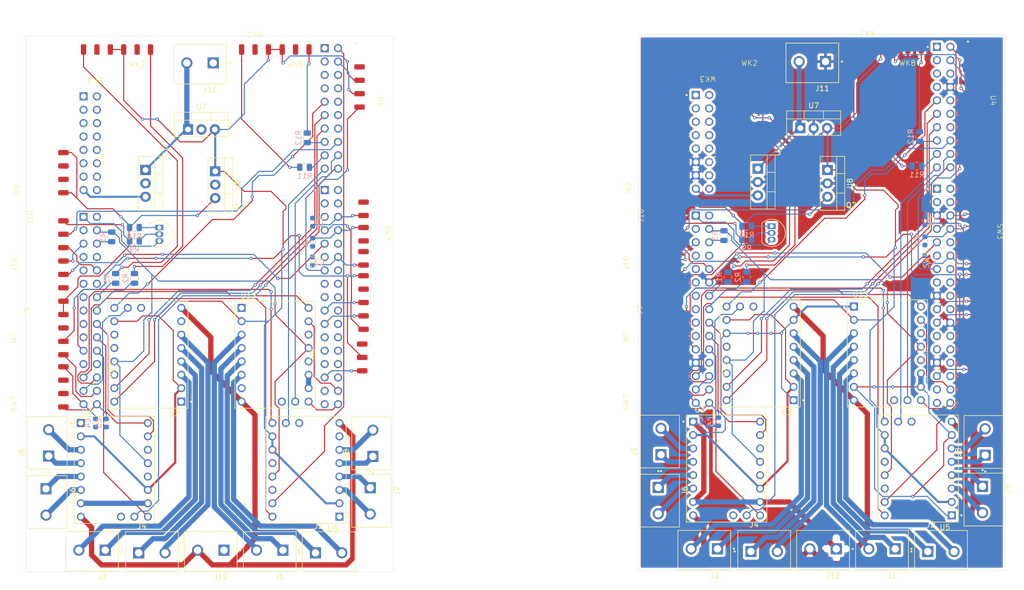
<source format=kicad_pcb>
(kicad_pcb (version 20240108) (generator "pcbnew") (generator_version "8.0")
  (layers (0 "F.Cu" signal) (31 "B.Cu" signal) (34 "B.Paste" user) (35 "F.Paste" user) (36 "B.SilkS" user "B.Silkscreen") (37 "F.SilkS" user "F.Silkscreen") (38 "B.Mask" user) (39 "F.Mask" user) (44 "Edge.Cuts" user))
  (net 0 "")
  (net 1 "step4")
  (net 4 "Net-(U5-M2B)")
  (net 5 "dir4")
  (net 6 "Net-(U5-M2A)")
  (net 8 "enn4")
  (net 9 "Net-(U5-M1B)")
  (net 10 "USART2_RX")
  (net 11 "/Motor drivers/GND")
  (net 12 "enn2")
  (net 14 "/Motor drivers/Motor_+12V")
  (net 15 "step2")
  (net 16 "Net-(U2-M1B)")
  (net 17 "Net-(U2-M2A)")
  (net 18 "diag2")
  (net 19 "dir2")
  (net 20 "Net-(U2-M1A)")
  (net 21 "Net-(U2-M2B)")
  (net 24 "Net-(U3-M2A)")
  (net 25 "enn3")
  (net 26 "Net-(U3-M2B)")
  (net 27 "step3")
  (net 29 "Net-(U3-M1B)")
  (net 30 "Net-(U3-M1A)")
  (net 31 "dir3")
  (net 35 "Net-(U13-M1A)")
  (net 36 "Net-(U13-M2B)")
  (net 39 "Net-(U13-M1B)")
  (net 40 "Net-(U13-M2A)")
  (net 41 "diag1")
  (net 42 "Net-(U5-M1A)")
  (net 43 "diag4")
  (net 44 "Net-(Q2-C)")
  (net 45 "Net-(Q2-B)")
  (net 46 "/End stop sensors/+5V")
  (net 47 "/Fans/+3.3V")
  (net 48 "Net-(WK1-NC)")
  (net 49 "Net-(WK2-NC)")
  (net 50 "Net-(WK3-NC)")
  (net 51 "Net-(WK8-NC)")
  (net 52 "step1")
  (net 53 "dir1")
  (net 54 "enn1")
  (net 55 "I2C1_SCL")
  (net 58 "EndStop4")
  (net 59 "BtnLeft")
  (net 62 "BtnCtr")
  (net 66 "diag3")
  (net 67 "EndStop3")
  (net 70 "ENC_DT")
  (net 71 "SPI2_MISO")
  (net 73 "EndStop1")
  (net 77 "Test_pin")
  (net 79 "BtnRight")
  (net 81 "VIN_STM")
  (net 82 "I2C1_SDA")
  (net 86 "SPI2_CLK")
  (net 88 "BtnDown")
  (net 89 "SPI2_MOSI")
  (net 90 "Net-(J10-Pin_1)")
  (net 92 "Net-(U1-VI)")
  (net 93 "ENC_CLK")
  (net 94 "BtnUp")
  (net 101 "USART2_TX")
  (net 107 "SPI_cs")
  (net 112 "Servo1PWM")
  (net 116 "EncoderBtn")
  (net 121 "Servo2PWM")
  (net 128 "EndStop2")
  (net 131 "GND")
  (footprint "TMC2209_SILENTSTEPSTICK:MODULE_TMC2209_SILENTSTEPSTICK" (layer "F.Cu") (at 93.98 118.872)
    (property "Reference" "U13")
    (property "Value" "TMC2209_SILENTSTEPSTICK")
  )
  (footprint "KF301-2P:HANDSON_KF301-2P" (layer "F.Cu") (at 220.2095 156.214)
    (property "Reference" "J2")
    (property "Value" "KF301-2P")
  )
  (footprint "Library:SERVO" (layer "F.Cu") (at 161.036 115.448 90)
    (property "Reference" "M7")
    (property "Value" "Motor_Servo")
  )
  (footprint "Package_TO_SOT_THT:TO-92_Inline" (layer "F.Cu") (at 188.108 94.488 -90)
    (property "Reference" "Q2")
    (property "Value" "BC547")
  )
  (footprint "Library:FAN" (layer "F.Cu") (at 178.816 80.894 -90)
    (property "Reference" "M10")
    (property "Value" "Fan")
  )
  (footprint "KF301-2P:HANDSON_KF301-2P" (layer "F.Cu") (at 195.8255 63.25 180)
    (property "Reference" "J11")
    (property "Value" "KF301-2P")
  )
  (footprint "Package_TO_SOT_THT:TO-220-3_Vertical" (layer "F.Cu") (at 69.413 83.82 -90)
    (property "Reference" "U1")
    (property "Value" "LF90_TO220")
  )
  (footprint "Package_TO_SOT_THT:TO-220-3_Vertical" (layer "F.Cu") (at 198.699 83.82 -90)
    (property "Reference" "U8")
    (property "Value" "LF33_TO220")
  )
  (footprint "Library:LCD" (layer "F.Cu") (at 116.332 67.432 -90)
    (property "Reference" "U4")
    (property "Value" "LCD")
  )
  (footprint "KF301-2P:HANDSON_KF301-2P" (layer "F.Cu") (at 197.866 155.706 180)
    (property "Reference" "J12")
    (property "Value" "KF301-2P")
  )
  (footprint "Package_TO_SOT_THT:TO-220-3_Vertical" (layer "F.Cu") (at 185.491 83.566 -90)
    (property "Reference" "U1")
    (property "Value" "LF90_TO220")
  )
  (footprint "Library:CONN" (layer "F.Cu") (at 47.498 92.842 90)
    (property "Reference" "J10")
    (property "Value" "Conn_01x01_Pin")
  )
  (footprint "Library:SERVO" (layer "F.Cu") (at 217.678 118.496 90)
    (property "Reference" "M8")
    (property "Value" "Motor_Servo")
  )
  (footprint "Library:FAN" (layer "F.Cu") (at 62.738 81.148 -90)
    (property "Reference" "M10")
    (property "Value" "Fan")
  )
  (footprint "Library:FAN" (layer "F.Cu") (at 101.854 91.826 90)
    (property "Reference" "SW5" (hide yes))
    (property "Value" "BtnCtr")
  )
  (footprint "Library:END_STOP" (layer "F.Cu") (at 59.568 69.85 180)
    (property "Reference" "WK3")
    (property "Value" "~")
  )
  (footprint "Library:FAN" (layer "F.Cu") (at 217.932 91.572 90)
    (property "Reference" "SW5" (hide yes))
    (property "Value" "BtnCtr")
  )
  (footprint "Library:END_STOP" (layer "F.Cu") (at 205.618 69.596 180)
    (property "Reference" "WK1")
    (property "Value" "~")
  )
  (footprint "Package_TO_SOT_THT:TO-220-3_Vertical" (layer "F.Cu") (at 77.47 76.129)
    (property "Reference" "U7")
    (property "Value" "LM7805_TO220")
  )
  (footprint "Library:FAN" (layer "F.Cu") (at 44.958 128.148 90)
    (property "Reference" "SW7")
    (property "Value" "BtnRight")
  )
  (footprint "Library:SERVO" (layer "F.Cu") (at 101.6 118.75 90)
    (property "Reference" "M8")
    (property "Value" "Motor_Servo")
  )
  (footprint "TMC2209_SILENTSTEPSTICK:MODULE_TMC2209_SILENTSTEPSTICK" (layer "F.Cu") (at 63.5 140.716)
    (property "Reference" "U3")
    (property "Value" "TMC2209_SILENTSTEPSTICK" (hide yes))
  )
  (footprint "KF301-2P:HANDSON_KF301-2P" (layer "F.Cu") (at 209.0335 155.706 180)
    (property "Reference" "J1")
    (property "Value" "KF301-2P")
  )
  (footprint "Library:END_STOP" (layer "F.Cu") (at 98.494 52.07)
    (property "Reference" "WK8")
    (property "Value" "~")
  )
  (footprint "KF301-2P:HANDSON_KF301-2P" (layer "F.Cu") (at 166.624 146.558 -90)
    (property "Reference" "J6")
    (property "Value" "KF301-2P")
  )
  (footprint "TMC2209_SILENTSTEPSTICK:MODULE_TMC2209_SILENTSTEPSTICK" (layer "F.Cu") (at 179.578 140.462)
    (property "Reference" "U3")
    (property "Value" "TMC2209_SILENTSTEPSTICK" (hide yes))
  )
  (footprint "Library:CONN" (layer "F.Cu") (at 163.576 110.368 90)
    (property "Reference" "J9")
    (property "Value" "Conn_01x01_Pin")
  )
  (footprint "Library:encoder" (layer "F.Cu") (at 119.634 108.336 -90)
    (property "Reference" "SW1" (hide yes))
    (property "Value" "Encoder")
  )
  (footprint "Library:FAN" (layer "F.Cu") (at 161.036 87.254 90)
    (property "Reference" "M9")
    (property "Value" "Fan")
  )
  (footprint "TMC2209_SILENTSTEPSTICK:MODULE_TMC2209_SILENTSTEPSTICK" (layer "F.Cu") (at 69.85 118.872 180)
    (property "Reference" "U2")
    (property "Value" "TMC2209_SILENTSTEPSTICK")
  )
  (footprint "KF301-2P:HANDSON_KF301-2P" (layer "F.Cu") (at 228.092 146.3525 -90)
    (property "Reference" "J7")
    (property "Value" "KF301-2P")
  )
  (footprint "Library:FAN" (layer "F.Cu") (at 119.634 95.372 -90)
    (property "Reference" "SW3")
    (property "Value" "BtnUp")
  )
  (footprint "KF301-2P:HANDSON_KF301-2P" (layer "F.Cu") (at 112.518 135.676 90)
    (property "Reference" "J8")
    (property "Value" "KF301-2P")
  )
  (footprint "Library:FAN" (layer "F.Cu") (at 101.854 101.224 90)
    (property "Reference" "SW4")
    (property "Value" "BtnDown")
  )
  (footprint "TMC2209_SILENTSTEPSTICK:MODULE_TMC2209_SILENTSTEPSTICK" (layer "F.Cu") (at 210.058 118.618)
    (property "Reference" "U13")
    (property "Value" "TMC2209_SILENTSTEPSTICK")
  )
  (footprint "KF301-2P:HANDSON_KF301-2P" (layer "F.Cu") (at 186.6985 156.21)
    (property "Reference" "J4")
    (property "Value" "KF301-2P")
  )
  (footprint "TMC2209_SILENTSTEPSTICK:MODULE_TMC2209_SILENTSTEPSTICK" (layer "F.Cu") (at 99.822 140.716 180)
    (property "Reference" "U5")
    (property "Value" "TMC2209_SILENTSTEPSTICK")
  )
  (footprint "Library:END_STOP" (layer "F.Cu") (at 68.448 52.07)
    (property "Reference" "WK2")
    (property "Value" "~")
  )
  (footprint "Library:FAN" (layer "F.Cu") (at 235.712 95.118 -90)
    (property "Reference" "SW3")
    (property "Value" "BtnUp")
  )
  (footprint "Package_TO_SOT_THT:TO-92_Inline" (layer "F.Cu") (at 72.03 94.742 -90)
    (property "Reference" "Q2")
    (property "Value" "BC547")
  )
  (footprint "KF301-2P:HANDSON_KF301-2P" (layer "F.Cu") (at 50.546 146.812 -90)
    (property "Reference" "J6")
    (property "Value" "KF301-2P")
  )
  (footprint "Library:CONN" (layer "F.Cu") (at 47.498 110.622 90)
    (property "Reference" "J9")
    (property "Value" "Conn_01x01_Pin")
  )
  (footprint "Library:SC_READER" (layer "F.Cu") (at 161.036 101.468 90)
    (property "Reference" "J16")
    (property "Value" "Micro_SD_Card_Module")
  )
  (footprint "TMC2209_SILENTSTEPSTICK:MODULE_TMC2209_SILENTSTEPSTICK" (layer "F.Cu") (at 215.9 140.462 180)
    (property "Reference" "U5")
    (property "Value" "TMC2209_SILENTSTEPSTICK")
  )
  (footprint "Package_TO_SOT_THT:TO-220-3_Vertical" (layer "F.Cu") (at 82.621 84.074 -90)
    (property "Reference" "U8")
    (property "Value" "LF33_TO220")
  )
  (footprint "KF301-2P:HANDSON_KF301-2P" (layer "F.Cu") (at 112.014 146.6065 -90)
    (property "Reference" "J7")
    (property "Value" "KF301-2P")
  )
  (footprint "Library:SC_READER" (layer "F.Cu") (at 44.958 101.722 90)
    (property "Reference" "J16")
    (property "Value" "Micro_SD_Card_Module")
  )
  (footprint "Library:FAN" (layer "F.Cu") (at 217.932 100.97 90)
    (property "Reference" "SW4")
    (property "Value" "BtnDown")
  )
  (footprint "Library:FAN" (layer "F.Cu") (at 62.738 121.788 -90)
    (property "Reference" "SW6")
    (property "Value" "BtnLeft")
  )
  (footprint "Library:FAN" (layer "F.Cu") (at 161.036 127.894 90)
    (property "Reference" "SW7")
    (property "Value" "BtnRight")
  )
  (footprint "Package_TO_SOT_THT:TO-220-3_Vertical" (layer "F.Cu") (at 193.548 75.875)
    (property "Reference" "U7")
    (property "Value" "LM7805_TO220")
  )
  (footprint "KF301-2P:HANDSON_KF301-2P" (layer "F.Cu") (at 81.788 155.96 180)
    (property "Reference" "J12")
    (property "Value" "KF301-2P")
  )
  (footprint "KF301-2P:HANDSON_KF301-2P" (layer "F.Cu") (at 104.1315 156.468)
    (property "Reference" "J2")
    (property "Value" "KF301-2P")
  )
  (footprint "NUCLEO-F746ZG:MODULE_NUCLEO-F746ZG" (layer "F.Cu") (at 197.866 94.366)
    (property "Reference" "A1" (hide yes))
    (property "Value" "NUCLEO-F746ZG" (hide yes))
  )
  (footprint "Library:END_STOP" (layer "F.Cu") (at 89.54 69.85 180)
    (property "Reference" "WK1")
    (property "Value" "~")
  )
  (footprint "Library:END_STOP" (layer "F.Cu") (at 184.526 51.816)
    (property "Reference" "WK2")
    (property "Value" "~")
  )
  (footprint "Library:SERVO" (layer "F.Cu") (at 44.958 115.702 90)
    (property "Reference" "M7")
    (property "Value" "Motor_Servo")
  )
  (footprint "KF301-2P:HANDSON_KF301-2P" (layer "F.Cu") (at 167.132 135.342 90)
    (property "Reference" "J5")
    (property "Value" "KF301-2P")
  )
  (footprint "KF301-2P:HANDSON_KF301-2P" (layer "F.Cu") (at 59.2705 155.956 180)
    (property "Reference" "J3")
    (property "Value" "KF301-2P")
  )
  (footprint "NUCLEO-F746ZG:MODULE_NUCLEO-F746ZG" (layer "F.Cu") (at 81.788 94.62)
    (property "Reference" "A1" (hide yes))
    (property "Value" "NUCLEO-F746ZG" (hide yes))
  )
  (footprint "KF301-2P:HANDSON_KF301-2P" (layer "F.Cu") (at 228.596 135.422 90)
    (property "Reference" "J8")
    (property "Value" "KF301-2P")
  )
  (footprint "TMC2209_SILENTSTEPSTICK:MODULE_TMC2209_SILENTSTEPSTICK" (layer "F.Cu") (at 185.928 118.618 180)
    (property "Reference" "U2")
    (property "Value" "TMC2209_SILENTSTEPSTICK")
  )
  (footprint "Library:LCD" (layer "F.Cu") (at 232.41 67.178 -90)
    (property "Reference" "U4")
    (property "Value" "LCD")
  )
  (footprint "KF301-2P:HANDSON_KF301-2P" (layer "F.Cu") (at 175.3485 155.702 180)
    (property "Reference" "J3")
    (property "Value" "KF301-2P")
  )
  (footprint "KF301-2P:HANDSON_KF301-2P" (layer "F.Cu") (at 70.6205 156.464)
    (property "Reference" "J4")
    (property "Value" "KF301-2P")
  )
  (footprint "KF301-2P:HANDSON_KF301-2P" (layer "F.Cu") (at 92.9555 155.96 180)
    (property "Reference" "J1")
    (property "Value" "KF301-2P")
  )
  (footprint "Library:END_STOP" (layer "F.Cu") (at 175.646 69.596 180)
    (property "Reference" "WK3")
    (property "Value" "~")
  )
  (footprint "Library:encoder" (layer "F.Cu") (at 235.712 108.082 -90)
    (property "Reference" "SW1" (hide yes))
    (property "Value" "Encoder")
  )
  (footprint "KF301-2P:HANDSON_KF301-2P" (layer "F.Cu") (at 79.7475 63.504 180)
    (property "Reference" "J11")
    (property "Value" "KF301-2P")
  )
  (footprint "KF301-2P:HANDSON_KF301-2P" (layer "F.Cu") (at 51.054 135.596 90)
    (property "Reference" "J5")
    (property "Value" "KF301-2P")
  )
  (footprint "Library:FAN" (layer "F.Cu") (at 44.958 87.508 90)
    (property "Reference" "M9")
    (property "Value" "Fan")
  )
  (footprint "Library:END_STOP" (layer "F.Cu") (at 214.572 51.816)
    (property "Reference" "WK8")
    (property "Value" "~")
  )
  (footprint "Library:FAN" (layer "F.Cu") (at 178.816 121.534 -90)
    (property "Reference" "SW6")
    (property "Value" "BtnLeft")
  )
  (footprint "Library:CONN" (layer "F.Cu") (at 163.576 92.588 90)
    (property "Reference" "J10")
    (property "Value" "Conn_01x01_Pin")
  )
  (footprint "Resistor_SMD:R_0805_2012Metric" (layer "B.Cu") (at 62.992 96.52 -90)
    (property "Reference" "R3")
    (property "Value" "1k")
  )
  (footprint "Resistor_SMD:R_0805_2012Metric" (layer "B.Cu") (at 179.832 104.14 -90)
    (property "Reference" "R1")
    (property "Value" "3.3k")
  )
  (footprint "Resistor_SMD:R_0805_2012Metric" (layer "B.Cu") (at 63.754 104.394 -90)
    (property "Reference" "R1")
    (property "Value" "3.3k")
  )
  (footprint "Resistor_SMD:R_0805_2012Metric" (layer "B.Cu") (at 183.388 104.14 -90)
    (property "Reference" "R2")
    (property "Value" "3.3k")
  )
  (footprint "Resistor_SMD:R_0805_2012Metric" (layer "B.Cu") (at 179.07 96.266 -90)
    (property "Reference" "R3")
    (property "Value" "1k")
  )
  (footprint "Resistor_SMD:R_0805_2012Metric" (layer "B.Cu") (at 67.31 94.742)
    (property "Reference" "R10")
    (property "Value" "100R")
  )
  (footprint "Capacitor_SMD:C_0603_1608Metric" (layer "B.Cu") (at 176.022 131.572 -90)
    (property "Reference" "C4")
    (property "Value" "1uF")
  )
  (footprint "Capacitor_SMD:C_0603_1608Metric" (layer "B.Cu") (at 61.976 131.826 -90)
    (property "Reference" "C5")
    (property "Value" "1uF")
  )
  (footprint "Capacitor_SMD:C_0603_1608Metric" (layer "B.Cu") (at 101.092 101.092 90)
    (property "Reference" "C2")
    (property "Value" "1uF" (hide yes))
  )
  (footprint "Capacitor_SMD:C_0603_1608Metric" (layer "B.Cu") (at 178.054 131.572 -90)
    (property "Reference" "C5")
    (property "Value" "1uF")
  )
  (footprint "Resistor_SMD:R_0805_2012Metric" (layer "B.Cu") (at 183.388 94.488)
    (property "Reference" "R10")
    (property "Value" "100R")
  )
  (footprint "Capacitor_SMD:C_0603_1608Metric" (layer "B.Cu") (at 217.17 93.472 90)
    (property "Reference" "C3")
    (property "Value" "1uF" (hide yes))
  )
  (footprint "Resistor_SMD:R_0805_2012Metric" (layer "B.Cu") (at 216.154 77.47 -90)
    (property "Reference" "R12")
    (property "Value" "3.3k")
  )
  (footprint "Capacitor_SMD:C_0603_1608Metric" (layer "B.Cu") (at 217.17 100.838 90)
    (property "Reference" "C2")
    (property "Value" "1uF" (hide yes))
  )
  (footprint "Capacitor_SMD:C_0603_1608Metric" (layer "B.Cu") (at 101.092 97.536 -90)
    (property "Reference" "C1")
    (property "Value" "1uF" (hide yes))
  )
  (footprint "Capacitor_SMD:C_0603_1608Metric" (layer "B.Cu") (at 59.944 131.826 -90)
    (property "Reference" "C4")
    (property "Value" "1uF")
  )
  (footprint "Resistor_SMD:R_0805_2012Metric" (layer "B.Cu") (at 99.568 83.312)
    (property "Reference" "R11")
    (property "Value" "3.3k")
  )
  (footprint "Resistor_SMD:R_0805_2012Metric" (layer "B.Cu") (at 67.31 97.282)
    (property "Reference" "R9")
    (property "Value" "100R")
  )
  (footprint "Resistor_SMD:R_0805_2012Metric" (layer "B.Cu") (at 100.076 77.724 -90)
    (property "Reference" "R12")
    (property "Value" "3.3k")
  )
  (footprint "Capacitor_SMD:C_0603_1608Metric" (layer "B.Cu") (at 101.092 93.726 90)
    (property "Reference" "C3")
    (property "Value" "1uF" (hide yes))
  )
  (footprint "Resistor_SMD:R_0805_2012Metric" (layer "B.Cu") (at 67.31 104.394 -90)
    (property "Reference" "R2")
    (property "Value" "3.3k")
  )
  (footprint "Capacitor_SMD:C_0603_1608Metric" (layer "B.Cu") (at 217.17 97.282 -90)
    (property "Reference" "C1")
    (property "Value" "1uF" (hide yes))
  )
  (footprint "Resistor_SMD:R_0805_2012Metric" (layer "B.Cu") (at 183.388 97.028)
    (property "Reference" "R9")
    (property "Value" "100R")
  )
  (footprint "Resistor_SMD:R_0805_2012Metric" (layer "B.Cu") (at 215.646 83.058)
    (property "Reference" "R11")
    (property "Value" "3.3k")
  )
  (gr_rect (start 162.814 58.166) (end 232.41 159.766) (stroke (width 0.05)) (fill none) (layer "Edge.Cuts"))
  (gr_rect (start 46.736 58.42) (end 116.332 160.02) (stroke (width 0.05)) (fill none) (layer "Edge.Cuts"))
  (segment (start 223.061 128.475) (end 223.061 61.517) (width 0.2) (layer "F.Cu") (net 1))
  (segment (start 106.983 128.729) (end 106.983 61.771) (width 0.2) (layer "F.Cu") (net 1))
  (segment (start 103.34 137.198) (end 103.34 132.372) (width 0.2) (layer "F.Cu") (net 1))
  (segment (start 219.418 132.118) (end 223.061 128.475) (width 0.2) (layer "F.Cu") (net 1))
  (segment (start 223.061 61.517) (end 221.996 60.452) (width 0.2) (layer "F.Cu") (net 1))
  (segment (start 93.472 147.066) (end 103.34 137.198) (width 0.2) (layer "F.Cu") (net 1))
  (segment (start 209.55 146.812) (end 219.418 136.944) (width 0.2) (layer "F.Cu") (net 1))
  (segment (start 103.34 132.372) (end 106.983 128.729) (width 0.2) (layer "F.Cu") (net 1))
  (segment (start 219.418 136.944) (end 219.418 132.118) (width 0.2) (layer "F.Cu") (net 1))
  (segment (start 106.983 61.771) (end 105.918 60.706) (width 0.2) (layer "F.Cu") (net 1))
  (segment (start 224.866 136.652) (end 228.596 132.922) (width 1) (layer "B.Cu") (net 4))
  (segment (start 222.25 136.652) (end 224.866 136.652) (width 1) (layer "B.Cu") (net 4))
  (segment (start 108.788 136.906) (end 112.518 133.176) (width 1) (layer "B.Cu") (net 4))
  (segment (start 106.172 136.906) (end 108.788 136.906) (width 1) (layer "B.Cu") (net 4))
  (segment (start 61.976 108.204) (end 60.755 109.425) (width 0.2) (layer "F.Cu") (net 5))
  (segment (start 59.756862 109.425) (end 59.133 110.048862) (width 0.2) (layer "F.Cu") (net 5))
  (segment (start 59.133 121.715) (end 57.658 123.19) (width 0.2) (layer "F.Cu") (net 5))
  (segment (start 59.133 110.048862) (end 59.133 121.715) (width 0.2) (layer "F.Cu") (net 5))
  (segment (start 175.211 109.794862) (end 175.211 121.461) (width 0.2) (layer "F.Cu") (net 5))
  (segment (start 208.28 109.728) (end 206.502 107.95) (width 0.2) (layer "F.Cu") (net 5))
  (segment (start 175.834862 109.171) (end 175.211 109.794862) (width 0.2) (layer "F.Cu") (net 5))
  (segment (start 90.424 108.204) (end 61.976 108.204) (width 0.2) (layer "F.Cu") (net 5))
  (segment (start 92.202 148.336) (end 92.202 109.982) (width 0.2) (layer "F.Cu") (net 5))
  (segment (start 178.054 107.95) (end 176.833 109.171) (width 0.2) (layer "F.Cu") (net 5))
  (segment (start 93.472 149.606) (end 92.202 148.336) (width 0.2) (layer "F.Cu") (net 5))
  (segment (start 206.502 107.95) (end 178.054 107.95) (width 0.2) (layer "F.Cu") (net 5))
  (segment (start 175.211 121.461) (end 173.736 122.936) (width 0.2) (layer "F.Cu") (net 5))
  (segment (start 208.28 148.082) (end 208.28 109.728) (width 0.2) (layer "F.Cu") (net 5))
  (segment (start 209.55 149.352) (end 208.28 148.082) (width 0.2) (layer "F.Cu") (net 5))
  (segment (start 60.755 109.425) (end 59.756862 109.425) (width 0.2) (layer "F.Cu") (net 5))
  (segment (start 92.202 109.982) (end 90.424 108.204) (width 0.2) (layer "F.Cu") (net 5))
  (segment (start 176.833 109.171) (end 175.834862 109.171) (width 0.2) (layer "F.Cu") (net 5))
  (segment (start 106.172 139.446) (end 111.248 139.446) (width 1) (layer "B.Cu") (net 6))
  (segment (start 222.25 139.192) (end 227.326 139.192) (width 1) (layer "B.Cu") (net 6))
  (segment (start 111.248 139.446) (end 112.518 138.176) (width 1) (layer "B.Cu") (net 6))
  (segment (start 227.326 139.192) (end 228.596 137.922) (width 1) (layer "B.Cu") (net 6))
  (segment (start 56.593 107.508862) (end 56.593 117.045) (width 0.2) (layer "F.Cu") (net 8))
  (segment (start 93.472 131.826) (end 93.218 131.572) (width 0.2) (layer "F.Cu") (net 8))
  (segment (start 173.704862 106.221) (end 172.671 107.254862) (width 0.2) (layer "F.Cu") (net 8))
  (segment (start 93.218 106.934) (end 92.759 106.475) (width 0.2) (layer "F.Cu") (net 8))
  (segment (start 172.671 107.254862) (end 172.671 116.791) (width 0.2) (layer "F.Cu") (net 8))
  (segment (start 209.296 106.68) (end 208.837 106.221) (width 0.2) (layer "F.Cu") (net 8))
  (segment (start 172.671 116.791) (end 173.736 117.856) (width 0.2) (layer "F.Cu") (net 8))
  (segment (start 56.593 117.045) (end 57.658 118.11) (width 0.2) (layer "F.Cu") (net 8))
  (segment (start 209.296 131.318) (end 209.296 109.982) (width 0.2) (layer "F.Cu") (net 8))
  (segment (start 93.218 131.572) (end 93.218 110.236) (width 0.2) (layer "F.Cu") (net 8))
  (segment (start 57.626862 106.475) (end 56.593 107.508862) (width 0.2) (layer "F.Cu") (net 8))
  (segment (start 92.759 106.475) (end 57.626862 106.475) (width 0.2) (layer "F.Cu") (net 8))
  (segment (start 209.55 131.572) (end 209.296 131.318) (width 0.2) (layer "F.Cu") (net 8))
  (segment (start 208.837 106.221) (end 173.704862 106.221) (width 0.2) (layer "F.Cu") (net 8))
  (via (at 93.218 106.934) (size 0.6) (drill 0.3) (layers "F.Cu" "B.Cu") (net 8))
  (via (at 209.296 109.982) (size 0.6) (drill 0.3) (layers "F.Cu" "B.Cu") (net 8))
  (via (at 209.296 106.68) (size 0.6) (drill 0.3) (layers "F.Cu" "B.Cu") (net 8))
  (via (at 93.218 110.236) (size 0.6) (drill 0.3) (layers "F.Cu" "B.Cu") (net 8))
  (segment (start 209.296 109.982) (end 209.296 106.68) (width 0.2) (layer "B.Cu") (net 8))
  (segment (start 93.218 110.236) (end 93.218 106.934) (width 0.2) (layer "B.Cu") (net 8))
  (segment (start 107.4335 144.526) (end 112.014 149.1065) (width 1) (layer "B.Cu") (net 9))
  (segment (start 222.25 144.272) (end 223.5115 144.272) (width 1) (layer "B.Cu") (net 9))
  (segment (start 223.5115 144.272) (end 228.092 148.8525) (width 1) (layer "B.Cu") (net 9))
  (segment (start 106.172 144.526) (end 107.4335 144.526) (width 1) (layer "B.Cu") (net 9))
  (segment (start 94.742 129.032) (end 93.98 128.27) (width 0.2) (layer "F.Cu") (net 10))
  (segment (start 95.504 112.776) (end 95.758 113.03) (width 0.2) (layer "F.Cu") (net 10))
  (segment (start 93.98 123.952) (end 100.33 117.602) (width 0.2) (layer "F.Cu") (net 10))
  (segment (start 211.836 112.776) (end 216.408 117.348) (width 0.2) (layer "F.Cu") (net 10))
  (segment (start 211.582 112.522) (end 211.836 112.776) (width 0.2) (layer "F.Cu") (net 10))
  (segment (start 211.836 112.776) (end 210.058 110.998) (width 0.2) (layer "F.Cu") (net 10))
  (segment (start 210.058 110.998) (end 210.058 108.966) (width 0.2) (layer "F.Cu") (net 10))
  (segment (start 95.758 113.03) (end 93.98 111.252) (width 0.2) (layer "F.Cu") (net 10))
  (segment (start 210.82 128.778) (end 210.058 128.016) (width 0.2) (layer "F.Cu") (net 10))
  (segment (start 210.058 128.016) (end 210.058 123.698) (width 0.2) (layer "F.Cu") (net 10))
  (segment (start 94.742 140.716) (end 94.742 129.032) (width 0.2) (layer "F.Cu") (net 10))
  (segment (start 95.758 113.03) (end 100.33 117.602) (width 0.2) (layer "F.Cu") (net 10))
  (segment (start 209.55 141.732) (end 210.82 140.462) (width 0.2) (layer "F.Cu") (net 10))
  (segment (start 93.98 128.27) (end 93.98 123.952) (width 0.2) (layer "F.Cu") (net 10))
  (segment (start 93.472 141.986) (end 94.742 140.716) (width 0.2) (layer "F.Cu") (net 10))
  (segment (start 210.82 140.462) (end 210.82 128.778) (width 0.2) (layer "F.Cu") (net 10))
  (segment (start 210.058 123.698) (end 216.408 117.348) (width 0.2) (layer "F.Cu") (net 10))
  (segment (start 93.98 111.252) (end 93.98 109.22) (width 0.2) (layer "F.Cu") (net 10))
  (via (at 93.98 109.22) (size 0.6) (drill 0.3) (layers "F.Cu" "B.Cu") (net 10))
  (via (at 210.058 108.966) (size 0.6) (drill 0.3) (layers "F.Cu" "B.Cu") (net 10))
  (segment (start 60.5555 95.6075) (end 60.198 95.25) (width 0.2) (layer "B.Cu") (net 10))
  (segment (start 64.554 121.196) (end 63.5 120.142) (width 0.2) (layer "B.Cu") (net 10))
  (segment (start 179.4275 95.3535) (end 179.07 95.3535) (width 0.2) (layer "B.Cu") (net 10))
  (segment (start 210.058 105.918) (end 208.788 104.648) (width 0.2) (layer "B.Cu") (net 10))
  (segment (start 186.69 110.744) (end 186.69 103.378) (width 0.2) (layer "B.Cu") (net 10))
  (segment (start 186.436 110.744) (end 186.69 110.744) (width 0.2) (layer "B.Cu") (net 10))
  (segment (start 179.578 95.3535) (end 176.6335 95.3535) (width 0.2) (layer "B.Cu") (net 10))
  (segment (start 93.98 106.172) (end 92.71 104.902) (width 0.2) (layer "B.Cu") (net 10))
  (segment (start 180.556 96.840058) (end 180.556 96.508326) (width 0.2) (layer "B.Cu") (net 10))
  (segment (start 92.71 104.902) (end 71.882 104.902) (width 0.2) (layer "B.Cu") (net 10))
  (segment (start 68.326 118.872) (end 69.088 118.11) (width 0.2) (layer "B.Cu") (net 10))
  (segment (start 64.478 97.498) (end 64.478 97.094058) (width 0.2) (layer "B.Cu") (net 10))
  (segment (start 66.04 99.06) (end 64.478 97.498) (width 0.2) (layer "B.Cu") (net 10))
  (segment (start 183.134 119.888) (end 184.658 118.364) (width 0.2) (layer "B.Cu") (net 10))
  (segment (start 69.088 118.11) (end 69.088 112.268) (width 0.2) (layer "B.Cu") (net 10))
  (segment (start 210.058 108.966) (end 210.058 105.918) (width 0.2) (layer "B.Cu") (net 10))
  (segment (start 180.632 133.896) (end 180.632 120.942) (width 0.2) (layer "B.Cu") (net 10))
  (segment (start 67.056 120.142) (end 68.326 118.872) (width 0.2) (layer "B.Cu") (net 10))
  (segment (start 176.6335 95.3535) (end 176.276 94.996) (width 0.2) (layer "B.Cu") (net 10))
  (segment (start 71.882 104.902) (end 70.612 103.632) (width 0.2) (layer "B.Cu") (net 10))
  (segment (start 186.69 103.378) (end 182.118 98.806) (width 0.2) (layer "B.Cu") (net 10))
  (segment (start 64.554 134.15) (end 64.554 121.196) (width 0.2) (layer "B.Cu") (net 10))
  (segment (start 185.928 139.192) (end 180.632 133.896) (width 0.2) (layer "B.Cu") (net 10))
  (segment (start 69.088 112.268) (end 70.358 110.998) (width 0.2) (layer "B.Cu") (net 10))
  (segment (start 70.612 103.632) (end 66.04 99.06) (width 0.2) (layer "B.Cu") (net 10))
  (segment (start 180.556 97.244) (end 180.556 96.840058) (width 0.2) (layer "B.Cu") (net 10))
  (segment (start 187.96 104.648) (end 186.69 103.378) (width 0.2) (layer "B.Cu") (net 10))
  (segment (start 184.658 118.364) (end 184.658 112.522) (width 0.2) (layer "B.Cu") (net 10))
  (segment (start 179.578 119.888) (end 183.134 119.888) (width 0.2) (layer "B.Cu") (net 10))
  (segment (start 63.5 95.6075) (end 60.5555 95.6075) (width 0.2) (layer "B.Cu") (net 10))
  (segment (start 208.788 104.648) (end 187.96 104.648) (width 0.2) (layer "B.Cu") (net 10))
  (segment (start 63.5 120.142) (end 67.056 120.142) (width 0.2) (layer "B.Cu") (net 10))
  (segment (start 63.3495 95.6075) (end 62.992 95.6075) (width 0.2) (layer "B.Cu") (net 10))
  (segment (start 184.658 112.522) (end 186.436 110.744) (width 0.2) (layer "B.Cu") (net 10))
  (segment (start 180.632 120.942) (end 179.578 119.888) (width 0.2) (layer "B.Cu") (net 10))
  (segment (start 182.118 98.806) (end 180.556 97.244) (width 0.2) (layer "B.Cu") (net 10))
  (segment (start 64.478 96.736) (end 63.3495 95.6075) (width 0.2) (layer "B.Cu") (net 10))
  (segment (start 69.85 139.446) (end 64.554 134.15) (width 0.2) (layer "B.Cu") (net 10))
  (segment (start 70.612 110.998) (end 70.612 103.632) (width 0.2) (layer "B.Cu") (net 10))
  (segment (start 64.478 97.094058) (end 64.478 96.762326) (width 0.2) (layer "B.Cu") (net 10))
  (segment (start 93.98 109.22) (end 93.98 106.172) (width 0.2) (layer "B.Cu") (net 10))
  (segment (start 180.556 96.482) (end 179.4275 95.3535) (width 0.2) (layer "B.Cu") (net 10))
  (segment (start 70.358 110.998) (end 70.612 110.998) (width 0.2) (layer "B.Cu") (net 10))
  (segment (start 175.26 133.604) (end 175.26 144.78) (width 1) (layer "F.Cu") (net 11))
  (segment (start 191.472 146.812) (end 200.366 155.706) (width 1) (layer "F.Cu") (net 11))
  (segment (start 216.408 124.968) (end 211.074 124.968) (width 0.2) (layer "F.Cu") (net 11))
  (segment (start 175.26 144.78) (end 173.228 146.812) (width 1) (layer "F.Cu") (net 11))
  (segment (start 214.884 145.758) (end 220.726 139.916) (width 0.2) (layer "F.Cu") (net 11))
  (segment (start 207.518 124.968) (end 203.708 124.968) (width 0.2) (layer "F.Cu") (net 11))
  (segment (start 220.726 135.636) (end 222.25 134.112) (width 0.2) (layer "F.Cu") (net 11))
  (segment (start 187.96 114.808) (end 189.992 114.808) (width 0.2) (layer "F.Cu") (net 11))
  (segment (start 173.228 131.572) (end 175.26 133.604) (width 1) (layer "F.Cu") (net 11))
  (segment (start 220.726 139.916) (end 220.726 135.636) (width 0.2) (layer "F.Cu") (net 11))
  (segment (start 185.928 146.812) (end 191.472 146.812) (width 1) (layer "F.Cu") (net 11))
  (segment (start 183.642 114.808) (end 185.42 114.808) (width 0.2) (layer "F.Cu") (net 11))
  (via (at 183.642 114.808) (size 0.6) (drill 0.3) (layers "F.Cu" "B.Cu") (net 11))
  (via (at 189.992 114.808) (size 0.6) (drill 0.3) (layers "F.Cu" "B.Cu") (net 11))
  (via (at 211.074 124.968) (size 0.6) (drill 0.3) (layers "F.Cu" "B.Cu") (net 11))
  (via (at 185.42 114.808) (size 0.6) (drill 0.3) (layers "F.Cu" "B.Cu") (net 11))
  (via (at 207.518 124.968) (size 0.6) (drill 0.3) (layers "F.Cu" "B.Cu") (net 11))
  (via (at 187.96 114.808) (size 0.6) (drill 0.3) (layers "F.Cu" "B.Cu") (net 11))
  (via (at 214.884 145.758) (size 0.6) (drill 0.3) (layers "F.Cu" "B.Cu") (net 11))
  (segment (start 179.578 114.808) (end 178.524 115.862) (width 0.2) (layer "B.Cu") (net 11))
  (segment (start 209.113418 145.758) (end 214.884 145.758) (width 0.2) (layer "B.Cu") (net 11))
  (segment (start 185.42 114.808) (end 187.96 114.808) (width 0.2) (layer "B.Cu") (net 11))
  (segment (start 221.234 149.352) (end 222.25 149.352) (width 0.2) (layer "B.Cu") (net 11))
  (segment (start 179.324 133.096) (end 178.816 133.604) (width 0.2) (layer "B.Cu") (net 11))
  (segment (start 207.626 128.886) (end 207.626 144.270582) (width 0.2) (layer "B.Cu") (net 11))
  (segment (start 222.25 134.112) (end 217.932 129.794) (width 0.2) (layer "B.Cu") (net 11))
  (segment (start 192.278 112.268) (end 189.992 114.554) (width 0.2) (layer "B.Cu") (net 11))
  (segment (start 217.678 126.492) (end 217.678 126.238) (width 0.2) (layer "B.Cu") (net 11))
  (segment (start 216.408 122.428) (end 216.408 124.968) (width 1) (layer "B.Cu") (net 11))
  (segment (start 175.26 133.604) (end 173.228 131.572) (width 0.2) (layer "B.Cu") (net 11))
  (segment (start 217.64 145.758) (end 221.234 149.352) (width 0.2) (layer "B.Cu") (net 11))
  (segment (start 217.932 129.794) (end 217.932 126.746) (width 0.2) (layer "B.Cu") (net 11))
  (segment (start 179.578 114.808) (end 183.642 114.808) (width 0.2) (layer "B.Cu") (net 11))
  (segment (start 203.708 109.728) (end 194.818 109.728) (width 0.4) (layer "B.Cu") (net 11))
  (segment (start 214.884 145.758) (end 217.64 145.758) (width 0.2) (layer "B.Cu") (net 11))
  (segment (start 178.524 130.043304) (end 179.324 130.843304) (width 0.2) (layer "B.Cu") (net 11))
  (segment (start 217.678 126.238) (end 216.408 124.968) (width 0.2) (layer "B.Cu") (net 11))
  (segment (start 203.708 124.968) (end 207.626 128.886) (width 0.2) (layer "B.Cu") (net 11))
  (segment (start 207.626 144.270582) (end 209.113418 145.758) (width 0.2) (layer "B.Cu") (net 11))
  (segment (start 179.324 130.843304) (end 179.324 133.096) (width 0.2) (layer "B.Cu") (net 11))
  (segment (start 211.074 124.968) (end 207.518 124.968) (width 0.2) (layer "B.Cu") (net 11))
  (segment (start 57.15 147.066) (end 69.85 147.066) (width 1) (layer "B.Cu") (net 11))
  (segment (start 173.228 146.812) (end 185.928 146.812) (width 1) (layer "B.Cu") (net 11))
  (segment (start 189.992 125.222) (end 192.278 127.508) (width 0.2) (layer "B.Cu") (net 11))
  (segment (start 100.33 122.682) (end 100.33 125.222) (width 1) (layer "B.Cu") (net 11))
  (segment (start 194.818 109.728) (end 192.278 112.268) (width 0.4) (layer "B.Cu") (net 11))
  (segment (start 178.524 115.862) (end 178.524 130.043304) (width 0.2) (layer "B.Cu") (net 11))
  (segment (start 217.932 126.746) (end 217.678 126.492) (width 0.2) (layer "B.Cu") (net 11))
  (segment (start 178.816 133.604) (end 175.26 133.604) (width 0.2) (layer "B.Cu") (net 11))
  (segment (start 189.992 114.554) (end 189.992 125.222) (width 0.2) (layer "B.Cu") (net 11))
  (segment (start 205.74 89.408) (end 205.74 88.646) (width 0.2) (layer "F.Cu") (net 12))
  (segment (start 217.17 72.898) (end 219.456 70.612) (width 0.2) (layer "F.Cu") (net 12))
  (segment (start 69.907686 105.41) (end 82.099686 93.218) (width 0.2) (layer "F.Cu") (net 12))
  (segment (start 89.662 89.662) (end 89.662 88.9) (width 0.2) (layer "F.Cu") (net 12))
  (segment (start 217.17 77.216) (end 217.17 72.898) (width 0.2) (layer "F.Cu") (net 12))
  (segment (start 202.184 92.964) (end 205.74 89.408) (width 0.2) (layer "F.Cu") (net 12))
  (segment (start 97.282 81.28) (end 101.092 77.47) (width 0.2) (layer "F.Cu") (net 12))
  (segment (start 198.177686 92.964) (end 202.184 92.964) (width 0.2) (layer "F.Cu") (net 12))
  (segment (start 185.928 105.156) (end 185.985686 105.156) (width 0.2) (layer "F.Cu") (net 12))
  (segment (start 69.85 105.41) (end 69.907686 105.41) (width 0.2) (layer "F.Cu") (net 12))
  (segment (start 213.36 81.026) (end 217.17 77.216) (width 0.2) (layer "F.Cu") (net 12))
  (segment (start 86.106 93.218) (end 89.662 89.662) (width 0.2) (layer "F.Cu") (net 12))
  (segment (start 101.092 73.152) (end 103.378 70.866) (width 0.2) (layer "F.Cu") (net 12))
  (segment (start 82.099686 93.218) (end 86.106 93.218) (width 0.2) (layer "F.Cu") (net 12))
  (segment (start 101.092 77.47) (end 101.092 73.152) (width 0.2) (layer "F.Cu") (net 12))
  (segment (start 185.985686 105.156) (end 198.177686 92.964) (width 0.2) (layer "F.Cu") (net 12))
  (via (at 185.928 105.156) (size 0.6) (drill 0.3) (layers "F.Cu" "B.Cu") (net 12))
  (via (at 213.36 81.026) (size 0.6) (drill 0.3) (layers "F.Cu" "B.Cu") (net 12))
  (via (at 69.85 105.41) (size 0.6) (drill 0.3) (layers "F.Cu" "B.Cu") (net 12))
  (via (at 89.662 88.9) (size 0.6) (drill 0.3) (layers "F.Cu" "B.Cu") (net 12))
  (via (at 205.74 88.646) (size 0.6) (drill 0.3) (layers "F.Cu" "B.Cu") (net 12))
  (via (at 97.282 81.28) (size 0.6) (drill 0.3) (layers "F.Cu" "B.Cu") (net 12))
  (segment (start 90.678 85.09) (end 90.932 84.836) (width 0.2) (layer "B.Cu") (net 12))
  (segment (start 184.15 106.934) (end 185.928 105.156) (width 0.2) (layer "B.Cu") (net 12))
  (segment (start 66.294 107.188) (end 67.056 107.188) (width 0.2) (layer "B.Cu") (net 12))
  (segment (start 205.74 88.646) (end 205.74 85.852) (width 0.2) (layer "B.Cu") (net 12))
  (segment (start 206.756 84.836) (end 207.01 84.582) (width 0.2) (layer "B.Cu") (net 12))
  (segment (start 68.072 107.188) (end 69.85 105.41) (width 0.2) (layer "B.Cu") (net 12))
  (segment (start 179.578 109.728) (end 182.372 106.934) (width 0.2) (layer "B.Cu") (net 12))
  (segment (start 93.726 84.836) (end 97.282 81.28) (width 0.2) (layer "B.Cu") (net 12))
  (segment (start 207.01 84.582) (end 209.804 84.582) (width 0.2) (layer "B.Cu") (net 12))
  (segment (start 182.372 106.934) (end 183.134 106.934) (width 0.2) (layer "B.Cu") (net 12))
  (segment (start 63.5 109.982) (end 66.294 107.188) (width 0.2) (layer "B.Cu") (net 12))
  (segment (start 89.662 86.106) (end 90.678 85.09) (width 0.2) (layer "B.Cu") (net 12))
  (segment (start 89.662 88.9) (end 89.662 86.106) (width 0.2) (layer "B.Cu") (net 12))
  (segment (start 183.134 106.934) (end 184.15 106.934) (width 0.2) (layer "B.Cu") (net 12))
  (segment (start 205.74 85.852) (end 206.756 84.836) (width 0.2) (layer "B.Cu") (net 12))
  (segment (start 209.804 84.582) (end 213.36 81.026) (width 0.2) (layer "B.Cu") (net 12))
  (segment (start 90.932 84.836) (end 93.726 84.836) (width 0.2) (layer "B.Cu") (net 12))
  (segment (start 67.056 107.188) (end 68.072 107.188) (width 0.2) (layer "B.Cu") (net 12))
  (segment (start 85.344 158.75) (end 88.7055 155.3885) (width 1) (layer "F.Cu") (net 14))
  (segment (start 224.79 157.226) (end 224.79 134.112) (width 1) (layer "F.Cu") (net 14))
  (segment (start 175.26 156.6135) (end 175.26 151.384) (width 1) (layer "F.Cu") (net 14))
  (segment (start 90.17 130.302) (end 87.63 127.762) (width 1) (layer "F.Cu") (net 14))
  (segment (start 76.498 158.75) (end 61.0645 158.75) (width 1) (layer "F.Cu") (net 14))
  (segment (start 59.182 151.638) (end 57.15 149.606) (width 1) (layer "F.Cu") (net 14))
  (segment (start 59.182 156.8675) (end 59.182 151.638) (width 1) (layer "F.Cu") (net 14))
  (segment (start 107.442 158.75) (end 108.712 157.48) (width 1) (layer "F.Cu") (net 14))
  (segment (start 81.788 121.92) (end 81.788 115.57) (width 1) (layer "F.Cu") (net 14))
  (segment (start 206.248 130.048) (end 203.708 127.508) (width 1) (layer "F.Cu") (net 14))
  (segment (start 204.7835 155.1345) (end 204.7835 154.981126) (width 1) (layer "F.Cu") (net 14))
  (segment (start 108.712 157.48) (end 108.712 134.366) (width 1) (layer "F.Cu") (net 14))
  (segment (start 175.26 151.384) (end 173.228 149.352) (width 1) (layer "F.Cu") (net 14))
  (segment (start 203.708 127.508) (end 197.866 121.666) (width 1) (layer "F.Cu") (net 14))
  (segment (start 61.0645 158.75) (end 59.182 156.8675) (width 1) (layer "F.Cu") (net 14))
  (segment (start 108.712 134.366) (end 106.172 131.826) (width 1) (layer "F.Cu") (net 14))
  (segment (start 201.422 158.496) (end 204.7835 155.1345) (width 1) (layer "F.Cu") (net 14))
  (segment (start 204.7835 154.981126) (end 206.248 153.516626) (width 1) (layer "F.Cu") (net 14))
  (segment (start 201.422 158.496) (end 223.52 158.496) (width 1) (layer "F.Cu") (net 14))
  (segment (start 90.17 153.770626) (end 90.17 130.302) (width 1) (layer "F.Cu") (net 14))
  (segment (start 87.63 127.762) (end 81.788 121.92) (width 1) (layer "F.Cu") (net 14))
  (segment (start 85.344 158.75) (end 107.442 158.75) (width 1) (layer "F.Cu") (net 14))
  (segment (start 206.248 153.516626) (end 206.248 130.048) (width 1) (layer "F.Cu") (net 14))
  (segment (start 195.366 155.706) (end 198.156 158.496) (width 1) (layer "F.Cu") (net 14))
  (segment (start 198.156 158.496) (end 201.422 158.496) (width 1) (layer "F.Cu") (net 14))
  (segment (start 177.1425 158.496) (end 175.26 156.6135) (width 1) (layer "F.Cu") (net 14))
  (segment (start 88.7055 155.3885) (end 88.7055 155.235126) (width 1) (layer "F.Cu") (net 14))
  (segment (start 197.866 121.666) (end 197.866 115.316) (width 1) (layer "F.Cu") (net 14))
  (segment (start 82.078 158.75) (end 85.344 158.75) (width 1) (layer "F.Cu") (net 14))
  (segment (start 79.288 155.96) (end 76.498 158.75) (width 1) (layer "F.Cu") (net 14))
  (segment (start 81.788 115.57) (end 76.2 109.982) (width 1) (layer "F.Cu") (net 14))
  (segment (start 192.576 158.496) (end 177.1425 158.496) (width 1) (layer "F.Cu") (net 14))
  (segment (start 197.866 115.316) (end 192.278 109.728) (width 1) (layer "F.Cu") (net 14))
  (segment (start 88.7055 155.235126) (end 90.17 153.770626) (width 1) (layer "F.Cu") (net 14))
  (segment (start 195.366 155.706) (end 192.576 158.496) (width 1) (layer "F.Cu") (net 14))
  (segment (start 224.79 134.112) (end 222.25 131.572) (width 1) (layer "F.Cu") (net 14))
  (segment (start 79.288 155.96) (end 82.078 158.75) (width 1) (layer "F.Cu") (net 14))
  (segment (start 223.52 158.496) (end 224.79 157.226) (width 1) (layer "F.Cu") (net 14))
  (segment (start 63.5 125.222) (end 70.104 118.618) (width 0.2) (layer "F.Cu") (net 15))
  (segment (start 179.578 124.968) (end 186.182 118.364) (width 0.2) (layer "F.Cu") (net 15))
  (segment (start 101.513 75.271) (end 103.378 73.406) (width 0.2) (layer "F.Cu") (net 15))
  (segment (start 217.591 75.017) (end 219.456 73.152) (width 0.2) (layer "F.Cu") (net 15))
  (segment (start 101.513 94.321) (end 101.513 75.271) (width 0.2) (layer "F.Cu") (net 15))
  (segment (start 70.104 118.618) (end 70.104 112.268) (width 0.2) (layer "F.Cu") (net 15))
  (segment (start 90.17 105.664) (end 101.513 94.321) (width 0.2) (layer "F.Cu") (net 15))
  (segment (start 186.182 118.364) (end 186.182 112.014) (width 0.2) (layer "F.Cu") (net 15))
  (segment (start 217.591 94.067) (end 217.591 75.017) (width 0.2) (layer "F.Cu") (net 15))
  (segment (start 206.248 105.41) (end 217.591 94.067) (width 0.2) (layer "F.Cu") (net 15))
  (via (at 186.182 112.014) (size 0.6) (drill 0.3) (layers "F.Cu" "B.Cu") (net 15))
  (via (at 70.104 112.268) (size 0.6) (drill 0.3) (layers "F.Cu" "B.Cu") (net 15))
  (via (at 206.248 105.41) (size 0.6) (drill 0.3) (layers "F.Cu" "B.Cu") (net 15))
  (via (at 90.17 105.664) (size 0.6) (drill 0.3) (layers "F.Cu" "B.Cu") (net 15))
  (segment (start 89.154 106.68) (end 90.17 105.664) (width 0.2) (layer "B.Cu") (net 15))
  (segment (start 75.692 106.68) (end 89.154 106.68) (width 0.2) (layer "B.Cu") (net 15))
  (segment (start 205.232 106.426) (end 206.248 105.41) (width 0.2) (layer "B.Cu") (net 15))
  (segment (start 70.104 112.268) (end 75.692 106.68) (width 0.2) (layer "B.Cu") (net 15))
  (segment (start 186.182 112.014) (end 191.77 106.426) (width 0.2) (layer "B.Cu") (net 15))
  (segment (start 191.77 106.426) (end 205.232 106.426) (width 0.2) (layer "B.Cu") (net 15))
  (segment (start 76.2 122.682) (end 77.654 124.136) (width 1) (layer "B.Cu") (net 16))
  (segment (start 193.732 123.882) (end 193.732 145.565944) (width 1) (layer "B.Cu") (net 16))
  (segment (start 177.4205 151.13) (end 172.8485 155.702) (width 1) (layer "B.Cu") (net 16))
  (segment (start 188.167944 151.13) (end 177.4205 151.13) (width 1) (layer "B.Cu") (net 16))
  (segment (start 72.089944 151.384) (end 61.3425 151.384) (width 1) (layer "B.Cu") (net 16))
  (segment (start 77.654 124.136) (end 77.654 145.819944) (width 1) (layer "B.Cu") (net 16))
  (segment (start 61.3425 151.384) (end 56.7705 155.956) (width 1) (layer "B.Cu") (net 16))
  (segment (start 192.278 122.428) (end 193.732 123.882) (width 1) (layer "B.Cu") (net 16))
  (segment (start 77.654 145.819944) (end 72.089944 151.384) (width 1) (layer "B.Cu") (net 16))
  (segment (start 193.732 145.565944) (end 188.167944 151.13) (width 1) (layer "B.Cu") (net 16))
  (segment (start 189.196944 153.53) (end 186.8785 153.53) (width 1) (layer "B.Cu") (net 17))
  (segment (start 196.132 146.594944) (end 189.196944 153.53) (width 1) (layer "B.Cu") (net 17))
  (segment (start 80.054 121.456) (end 80.054 146.848944) (width 1) (layer "B.Cu") (net 17))
  (segment (start 192.278 117.348) (end 196.132 121.202) (width 1) (layer "B.Cu") (net 17))
  (segment (start 70.8005 153.784) (end 68.1205 156.464) (width 1) (layer "B.Cu") (net 17))
  (segment (start 196.132 121.202) (end 196.132 146.594944) (width 1) (layer "B.Cu") (net 17))
  (segment (start 73.118944 153.784) (end 70.8005 153.784) (width 1) (layer "B.Cu") (net 17))
  (segment (start 76.2 117.602) (end 80.054 121.456) (width 1) (layer "B.Cu") (net 17))
  (segment (start 186.8785 153.53) (end 184.1985 156.21) (width 1) (layer "B.Cu") (net 17))
  (segment (start 80.054 146.848944) (end 73.118944 153.784) (width 1) (layer "B.Cu") (net 17))
  (segment (start 180.632 111.214) (end 178.6 111.214) (width 0.2) (layer "B.Cu") (net 18))
  (segment (start 62.522 111.468) (end 61.263 112.727) (width 0.2) (layer "B.Cu") (net 18))
  (segment (start 61.263 123.631138) (end 60.434138 124.46) (width 0.2) (layer "B.Cu") (net 18))
  (segment (start 61.263 112.727) (end 61.263 123.631138) (width 0.2) (layer "B.Cu") (net 18))
  (segment (start 176.512138 124.206) (end 175.006 124.206) (width 0.2) (layer "B.Cu") (net 18))
  (segment (start 175.006 124.206) (end 173.736 125.476) (width 0.2) (layer "B.Cu") (net 18))
  (segment (start 60.434138 124.46) (end 58.928 124.46) (width 0.2) (layer "B.Cu") (net 18))
  (segment (start 64.554 111.468) (end 62.522 111.468) (width 0.2) (layer "B.Cu") (net 18))
  (segment (start 58.928 124.46) (end 57.658 125.73) (width 0.2) (layer "B.Cu") (net 18))
  (segment (start 178.6 111.214) (end 177.341 112.473) (width 0.2) (layer "B.Cu") (net 18))
  (segment (start 177.341 123.377138) (end 176.512138 124.206) (width 0.2) (layer "B.Cu") (net 18))
  (segment (start 182.118 109.728) (end 180.632 111.214) (width 0.2) (layer "B.Cu") (net 18))
  (segment (start 177.341 112.473) (end 177.341 123.377138) (width 0.2) (layer "B.Cu") (net 18))
  (segment (start 66.04 109.982) (end 64.554 111.468) (width 0.2) (layer "B.Cu") (net 18))
  (segment (start 217.991 94.683) (end 217.991 77.157) (width 0.2) (layer "F.Cu") (net 19))
  (segment (start 217.991 77.157) (end 219.456 75.692) (width 0.2) (layer "F.Cu") (net 19))
  (segment (start 63.5 127.762) (end 71.12 120.142) (width 0.2) (layer "F.Cu") (net 19))
  (segment (start 101.913 77.411) (end 103.378 75.946) (width 0.2) (layer "F.Cu") (net 19))
  (segment (start 71.12 120.142) (end 71.12 112.268) (width 0.2) (layer "F.Cu") (net 19))
  (segment (start 91.186 105.664) (end 101.913 94.937) (width 0.2) (layer "F.Cu") (net 19))
  (segment (start 101.913 94.937) (end 101.913 77.411) (width 0.2) (layer "F.Cu") (net 19))
  (segment (start 179.578 127.508) (end 187.198 119.888) (width 0.2) (layer "F.Cu") (net 19))
  (segment (start 187.198 119.888) (end 187.198 112.014) (width 0.2) (layer "F.Cu") (net 19))
  (segment (start 207.264 105.41) (end 217.991 94.683) (width 0.2) (layer "F.Cu") (net 19))
  (via (at 187.198 112.014) (size 0.6) (drill 0.3) (layers "F.Cu" "B.Cu") (net 19))
  (via (at 91.186 105.664) (size 0.6) (drill 0.3) (layers "F.Cu" "B.Cu") (net 19))
  (via (at 71.12 112.268) (size 0.6) (drill 0.3) (layers "F.Cu" "B.Cu") (net 19))
  (via (at 207.264 105.41) (size 0.6) (drill 0.3) (layers "F.Cu" "B.Cu") (net 19))
  (segment (start 187.198 111.927471) (end 192.191471 106.934) (width 0.2) (layer "B.Cu") (net 19))
  (segment (start 187.198 112.014) (end 187.198 111.927471) (width 0.2) (layer "B.Cu") (net 19))
  (segment (start 89.662 107.188) (end 91.186 105.664) (width 0.2) (layer "B.Cu") (net 19))
  (segment (start 71.12 112.181471) (end 76.113471 107.188) (width 0.2) (layer "B.Cu") (net 19))
  (segment (start 205.74 106.934) (end 207.264 105.41) (width 0.2) (layer "B.Cu") (net 19))
  (segment (start 71.12 112.268) (end 71.12 112.181471) (width 0.2) (layer "B.Cu") (net 19))
  (segment (start 76.113471 107.188) (end 89.662 107.188) (width 0.2) (layer "B.Cu") (net 19))
  (segment (start 192.191471 106.934) (end 205.74 106.934) (width 0.2) (layer "B.Cu") (net 19))
  (segment (start 61.98 155.956) (end 61.7705 155.956) (width 1) (layer "B.Cu") (net 20))
  (segment (start 188.665 152.33) (end 181.2205 152.33) (width 1) (layer "B.Cu") (net 20))
  (segment (start 194.932 146.063) (end 188.665 152.33) (width 1) (layer "B.Cu") (net 20))
  (segment (start 181.2205 152.33) (end 177.8485 155.702) (width 1) (layer "B.Cu") (net 20))
  (segment (start 76.2 120.142) (end 78.854 122.796) (width 1) (layer "B.Cu") (net 20))
  (segment (start 192.278 119.888) (end 194.932 122.542) (width 1) (layer "B.Cu") (net 20))
  (segment (start 178.058 155.702) (end 177.8485 155.702) (width 1) (layer "B.Cu") (net 20))
  (segment (start 194.932 122.542) (end 194.932 146.063) (width 1) (layer "B.Cu") (net 20))
  (segment (start 78.854 122.796) (end 78.854 146.317) (width 1) (layer "B.Cu") (net 20))
  (segment (start 78.854 146.317) (end 72.587 152.584) (width 1) (layer "B.Cu") (net 20))
  (segment (start 65.1425 152.584) (end 61.7705 155.956) (width 1) (layer "B.Cu") (net 20))
  (segment (start 72.587 152.584) (end 65.1425 152.584) (width 1) (layer "B.Cu") (net 20))
  (segment (start 76.2 115.062) (end 76.2 115.316) (width 1) (layer "B.Cu") (net 21))
  (segment (start 73.1205 155.4795) (end 73.1205 156.464) (width 1) (layer "B.Cu") (net 21))
  (segment (start 197.332 147.092) (end 189.1985 155.2255) (width 1) (layer "B.Cu") (net 21))
  (segment (start 192.278 114.808) (end 192.278 115.062) (width 1) (layer "B.Cu") (net 21))
  (segment (start 197.332 120.116) (end 197.332 147.092) (width 1) (layer "B.Cu") (net 21))
  (segment (start 192.278 115.062) (end 197.332 120.116) (width 1) (layer "B.Cu") (net 21))
  (segment (start 81.254 147.346) (end 73.1205 155.4795) (width 1) (layer "B.Cu") (net 21))
  (segment (start 189.1985 155.2255) (end 189.1985 156.21) (width 1) (layer "B.Cu") (net 21))
  (segment (start 81.254 120.37) (end 81.254 147.346) (width 1) (layer "B.Cu") (net 21))
  (segment (start 76.2 115.316) (end 81.254 120.37) (width 1) (layer "B.Cu") (net 21))
  (segment (start 173.228 141.732) (end 168.95 141.732) (width 1) (layer "B.Cu") (net 24))
  (segment (start 168.95 141.732) (end 166.624 144.058) (width 1) (layer "B.Cu") (net 24))
  (segment (start 52.872 141.986) (end 50.546 144.312) (width 1) (layer "B.Cu") (net 24))
  (segment (start 57.15 141.986) (end 52.872 141.986) (width 1) (layer "B.Cu") (net 24))
  (segment (start 61.468 119.38) (end 60.198 118.11) (width 0.2) (layer "F.Cu") (net 25))
  (segment (start 69.85 149.606) (end 61.468 141.224) (width 0.2) (layer "F.Cu") (net 25))
  (segment (start 185.928 149.352) (end 177.546 140.97) (width 0.2) (layer "F.Cu") (net 25))
  (segment (start 177.546 140.97) (end 177.546 119.126) (width 0.2) (layer "F.Cu") (net 25))
  (segment (start 61.468 141.224) (end 61.468 119.38) (width 0.2) (layer "F.Cu") (net 25))
  (segment (start 177.546 119.126) (end 176.276 117.856) (width 0.2) (layer "F.Cu") (net 25))
  (segment (start 55.332 144.526) (end 50.546 149.312) (width 1) (layer "B.Cu") (net 26))
  (segment (start 171.41 144.272) (end 166.624 149.058) (width 1) (layer "B.Cu") (net 26))
  (segment (start 173.228 144.272) (end 171.41 144.272) (width 1) (layer "B.Cu") (net 26))
  (segment (start 57.15 144.526) (end 55.332 144.526) (width 1) (layer "B.Cu") (net 26))
  (segment (start 178.346 114.846) (end 176.276 112.776) (width 0.2) (layer "F.Cu") (net 27))
  (segment (start 185.928 134.112) (end 186.982 133.058) (width 0.2) (layer "F.Cu") (net 27))
  (segment (start 70.904 131.356) (end 70.104 130.556) (width 0.2) (layer "F.Cu") (net 27))
  (segment (start 186.982 133.058) (end 186.982 131.102) (width 0.2) (layer "F.Cu") (net 27))
  (segment (start 179.578 130.302) (end 178.346 129.07) (width 0.2) (layer "F.Cu") (net 27))
  (segment (start 70.104 130.556) (end 63.5 130.556) (width 0.2) (layer "F.Cu") (net 27))
  (segment (start 63.5 130.556) (end 62.268 129.324) (width 0.2) (layer "F.Cu") (net 27))
  (segment (start 70.904 133.312) (end 70.904 131.356) (width 0.2) (layer "F.Cu") (net 27))
  (segment (start 186.182 130.302) (end 179.578 130.302) (width 0.2) (layer "F.Cu") (net 27))
  (segment (start 69.85 134.366) (end 70.904 133.312) (width 0.2) (layer "F.Cu") (net 27))
  (segment (start 62.268 129.324) (end 62.268 115.1) (width 0.2) (layer "F.Cu") (net 27))
  (segment (start 62.268 115.1) (end 60.198 113.03) (width 0.2) (layer "F.Cu") (net 27))
  (segment (start 178.346 129.07) (end 178.346 114.846) (width 0.2) (layer "F.Cu") (net 27))
  (segment (start 186.982 131.102) (end 186.182 130.302) (width 0.2) (layer "F.Cu") (net 27))
  (segment (start 170.942 136.652) (end 167.132 132.842) (width 1) (layer "B.Cu") (net 29))
  (segment (start 173.228 136.652) (end 170.942 136.652) (width 1) (layer "B.Cu") (net 29))
  (segment (start 57.15 136.906) (end 54.864 136.906) (width 1) (layer "B.Cu") (net 29))
  (segment (start 54.864 136.906) (end 51.054 133.096) (width 1) (layer "B.Cu") (net 29))
  (segment (start 52.404 139.446) (end 51.054 138.096) (width 1) (layer "B.Cu") (net 30))
  (segment (start 57.15 139.446) (end 52.404 139.446) (width 1) (layer "B.Cu") (net 30))
  (segment (start 173.228 139.192) (end 168.482 139.192) (width 1) (layer "B.Cu") (net 30))
  (segment (start 168.482 139.192) (end 167.132 137.842) (width 1) (layer "B.Cu") (net 30))
  (segment (start 61.868 117.24) (end 60.198 115.57) (width 0.2) (layer "F.Cu") (net 31))
  (segment (start 180.086 131.572) (end 177.946 129.432) (width 0.2) (layer "F.Cu") (net 31))
  (segment (start 185.928 131.572) (end 180.086 131.572) (width 0.2) (layer "F.Cu") (net 31))
  (segment (start 177.946 129.432) (end 177.946 116.986) (width 0.2) (layer "F.Cu") (net 31))
  (segment (start 177.946 116.986) (end 176.276 115.316) (width 0.2) (layer "F.Cu") (net 31))
  (segment (start 64.008 131.826) (end 61.868 129.686) (width 0.2) (layer "F.Cu") (net 31))
  (segment (start 61.868 129.686) (end 61.868 117.24) (width 0.2) (layer "F.Cu") (net 31))
  (segment (start 69.85 131.826) (end 64.008 131.826) (width 0.2) (layer "F.Cu") (net 31))
  (segment (start 203.708 117.348) (end 199.784 121.272) (width 1) (layer "B.Cu") (net 35))
  (segment (start 87.63 117.602) (end 83.706 121.526) (width 1) (layer "B.Cu") (net 35))
  (segment (start 83.706 147.298112) (end 90.191888 153.784) (width 1) (layer "B.Cu") (net 35))
  (segment (start 199.784 121.272) (end 199.784 147.044112) (width 1) (layer "B.Cu") (net 35))
  (segment (start 206.269888 153.53) (end 209.3575 153.53) (width 1) (layer "B.Cu") (net 35))
  (segment (start 93.2795 153.784) (end 95.4555 155.96) (width 1) (layer "B.Cu") (net 35))
  (segment (start 83.706 121.526) (end 83.706 147.298112) (width 1) (layer "B.Cu") (net 35))
  (segment (start 90.191888 153.784) (end 93.2795 153.784) (width 1) (layer "B.Cu") (net 35))
  (segment (start 199.784 147.044112) (end 206.269888 153.53) (width 1) (layer "B.Cu") (net 35))
  (segment (start 209.3575 153.53) (end 211.5335 155.706) (width 1) (layer "B.Cu") (net 35))
  (segment (start 86.106 124.206) (end 86.106 146.304) (width 1) (layer "B.Cu") (net 36))
  (segment (start 222.7095 156.1655) (end 222.7095 156.214) (width 1) (layer "B.Cu") (net 36))
  (segment (start 106.6315 156.4195) (end 106.6315 156.468) (width 1) (layer "B.Cu") (net 36))
  (segment (start 202.184 123.952) (end 202.184 146.05) (width 1) (layer "B.Cu") (net 36))
  (segment (start 86.106 146.304) (end 91.186 151.384) (width 1) (layer "B.Cu") (net 36))
  (segment (start 87.63 122.682) (end 86.106 124.206) (width 1) (layer "B.Cu") (net 36))
  (segment (start 101.5475 151.384) (end 106.6315 156.468) (width 1) (layer "B.Cu") (net 36))
  (segment (start 202.184 146.05) (end 207.264 151.13) (width 1) (layer "B.Cu") (net 36))
  (segment (start 207.264 151.13) (end 217.6255 151.13) (width 1) (layer "B.Cu") (net 36))
  (segment (start 203.708 122.428) (end 202.184 123.952) (width 1) (layer "B.Cu") (net 36))
  (segment (start 217.6255 151.13) (end 222.7095 156.214) (width 1) (layer "B.Cu") (net 36))
  (segment (start 91.186 151.384) (end 101.5475 151.384) (width 1) (layer "B.Cu") (net 36))
  (segment (start 87.63 115.062) (end 87.63 115.189) (width 1) (layer "B.Cu") (net 39))
  (segment (start 206.5335 155.490668) (end 206.5335 155.706) (width 1) (layer "B.Cu") (net 39))
  (segment (start 203.708 114.935) (end 198.532 120.111) (width 1) (layer "B.Cu") (net 39))
  (segment (start 198.532 147.489168) (end 206.5335 155.490668) (width 1) (layer "B.Cu") (net 39))
  (segment (start 82.454 147.743168) (end 90.4555 155.744668) (width 1) (layer "B.Cu") (net 39))
  (segment (start 90.4555 155.744668) (end 90.4555 155.96) (width 1) (layer "B.Cu") (net 39))
  (segment (start 198.532 120.111) (end 198.532 147.489168) (width 1) (layer "B.Cu") (net 39))
  (segment (start 203.708 114.808) (end 203.708 114.935) (width 1) (layer "B.Cu") (net 39))
  (segment (start 87.63 115.189) (end 82.454 120.365) (width 1) (layer "B.Cu") (net 39))
  (segment (start 82.454 120.365) (end 82.454 147.743168) (width 1) (layer "B.Cu") (net 39))
  (segment (start 200.984 146.547056) (end 206.766944 152.33) (width 1) (layer "B.Cu") (net 40))
  (segment (start 90.688944 152.584) (end 97.7475 152.584) (width 1) (layer "B.Cu") (net 40))
  (segment (start 84.906 122.866) (end 84.906 146.801056) (width 1) (layer "B.Cu") (net 40))
  (segment (start 203.708 119.888) (end 200.984 122.612) (width 1) (layer "B.Cu") (net 40))
  (segment (start 97.7475 152.584) (end 101.6315 156.468) (width 1) (layer "B.Cu") (net 40))
  (segment (start 213.8255 152.33) (end 217.7095 156.214) (width 1) (layer "B.Cu") (net 40))
  (segment (start 84.906 146.801056) (end 90.688944 152.584) (width 1) (layer "B.Cu") (net 40))
  (segment (start 206.766944 152.33) (end 213.8255 152.33) (width 1) (layer "B.Cu") (net 40))
  (segment (start 87.63 120.142) (end 84.906 122.866) (width 1) (layer "B.Cu") (net 40))
  (segment (start 200.984 122.612) (end 200.984 146.547056) (width 1) (layer "B.Cu") (net 40))
  (segment (start 219.964 84.836) (end 220.726 84.074) (width 0.2) (layer "B.Cu") (net 41))
  (segment (start 97.79 90.17) (end 102.87 85.09) (width 0.2) (layer "B.Cu") (net 41))
  (segment (start 218.948 84.836) (end 219.964 84.836) (width 0.2) (layer "B.Cu") (net 41))
  (segment (start 220.726 84.074) (end 220.726 82.042) (width 0.2) (layer "B.Cu") (net 41))
  (segment (start 213.868 89.916) (end 218.948 84.836) (width 0.2) (layer "B.Cu") (net 41))
  (segment (start 102.87 85.09) (end 103.886 85.09) (width 0.2) (layer "B.Cu") (net 41))
  (segment (start 220.726 82.042) (end 221.996 80.772) (width 0.2) (layer "B.Cu") (net 41))
  (segment (start 97.79 127.762) (end 97.79 90.17) (width 0.2) (layer "B.Cu") (net 41))
  (segment (start 213.868 127.508) (end 213.868 89.916) (width 0.2) (layer "B.Cu") (net 41))
  (segment (start 103.886 85.09) (end 104.648 84.328) (width 0.2) (layer "B.Cu") (net 41))
  (segment (start 104.648 84.328) (end 104.648 82.296) (width 0.2) (layer "B.Cu") (net 41))
  (segment (start 104.648 82.296) (end 105.918 81.026) (width 0.2) (layer "B.Cu") (net 41))
  (segment (start 109.8935 141.986) (end 112.014 144.1065) (width 1) (layer "B.Cu") (net 42))
  (segment (start 106.172 141.986) (end 109.8935 141.986) (width 1) (layer "B.Cu") (net 42))
  (segment (start 225.9715 141.732) (end 228.092 143.8525) (width 1) (layer "B.Cu") (net 42))
  (segment (start 222.25 141.732) (end 225.9715 141.732) (width 1) (layer "B.Cu") (net 42))
  (segment (start 212.598 131.064) (end 212.598 90.17) (width 0.2) (layer "B.Cu") (net 43))
  (segment (start 212.598 90.17) (end 219.456 83.312) (width 0.2) (layer "B.Cu") (net 43))
  (segment (start 96.52 90.424) (end 103.378 83.566) (width 0.2) (layer "B.Cu") (net 43))
  (segment (start 212.09 131.572) (end 212.598 131.064) (width 0.2) (layer "B.Cu") (net 43))
  (segment (start 96.52 131.318) (end 96.52 90.424) (width 0.2) (layer "B.Cu") (net 43))
  (segment (start 96.012 131.826) (end 96.52 131.318) (width 0.2) (layer "B.Cu") (net 43))
  (segment (start 188.108 94.488) (end 184.3005 94.488) (width 0.2) (layer "B.Cu") (net 44))
  (segment (start 72.03 94.742) (end 68.2225 94.742) (width 0.2) (layer "B.Cu") (net 44))
  (segment (start 69.4925 96.012) (end 72.03 96.012) (width 0.2) (layer "B.Cu") (net 45))
  (segment (start 185.5705 95.758) (end 188.108 95.758) (width 0.2) (layer "B.Cu") (net 45))
  (segment (start 184.3005 97.028) (end 185.5705 95.758) (width 0.2) (layer "B.Cu") (net 45))
  (segment (start 68.2225 97.282) (end 69.4925 96.012) (width 0.2) (layer "B.Cu") (net 45))
  (segment (start 71.882 111.506) (end 74.676 108.712) (width 0.2) (layer "F.Cu") (net 46))
  (segment (start 191.124 139.076) (end 191.124 126.122) (width 0.4) (layer "F.Cu") (net 46))
  (segment (start 82.621 84.074) (end 84.328 84.074) (width 0.2) (layer "F.Cu") (net 46))
  (segment (start 209.804 100.33) (end 211.582 98.552) (width 0.2) (layer "F.Cu") (net 46))
  (segment (start 80.193 78.486) (end 82.55 76.129) (width 0.2) (layer "F.Cu") (net 46))
  (segment (start 214.63 96.012) (end 213.106 96.012) (width 0.2) (layer "F.Cu") (net 46))
  (segment (start 190.754 123.444) (end 192.278 124.968) (width 0.2) (layer "F.Cu") (net 46))
  (segment (start 211.582 97.536) (end 211.582 98.552) (width 0.2) (layer "F.Cu") (net 46))
  (segment (start 74.676 108.712) (end 83.82 108.712) (width 0.2) (layer "F.Cu") (net 46))
  (segment (start 185.928 144.272) (end 191.124 139.076) (width 0.4) (layer "F.Cu") (net 46))
  (segment (start 93.218 87.884) (end 96.012 90.678) (width 0.2) (layer "F.Cu") (net 46))
  (segment (start 93.726 100.584) (end 95.504 98.806) (width 0.2) (layer "F.Cu") (net 46))
  (segment (start 75.046 126.376) (end 76.2 125.222) (width 0.4) (layer "F.Cu") (net 46))
  (segment (start 110.49 119.38) (end 107.696 116.586) (width 0.2) (layer "F.Cu") (net 46))
  (segment (start 212.09 90.932) (end 211.582 91.44) (width 0.2) (layer "F.Cu") (net 46))
  (segment (start 92.71 60.96) (end 95.324 60.96) (width 0.2) (layer "F.Cu") (net 46))
  (segment (start 226.822 103.632) (end 225.044 103.632) (width 0.2) (layer "F.Cu") (net 46))
  (segment (start 88.138 87.884) (end 93.218 87.884) (width 0.2) (layer "F.Cu") (net 46))
  (segment (start 75.046 139.33) (end 75.046 126.376) (width 0.4) (layer "F.Cu") (net 46))
  (segment (start 108.966 66.802) (end 107.696 65.532) (width 0.2) (layer "F.Cu") (net 46))
  (segment (start 208.788 60.706) (end 208.788 62.738) (width 0.2) (layer "F.Cu") (net 46))
  (segment (start 187.96 111.252) (end 190.754 114.046) (width 0.2) (layer "F.Cu") (net 46))
  (segment (start 96.012 90.678) (end 96.012 91.186) (width 0.2) (layer "F.Cu") (net 46))
  (segment (start 75.946 78.486) (end 80.193 78.486) (width 0.2) (layer "F.Cu") (net 46))
  (segment (start 181.356 70.358) (end 184.912 73.914) (width 0.2) (layer "F.Cu") (net 46))
  (segment (start 211.582 63.246) (end 211.402 63.066) (width 0.2) (layer "F.Cu") (net 46))
  (segment (start 213.106 96.012) (end 211.582 97.536) (width 0.2) (layer "F.Cu") (net 46))
  (segment (start 226.06 66.548) (end 225.044 66.548) (width 0.2) (layer "F.Cu") (net 46))
  (segment (start 199.898 108.458) (end 203.708 112.268) (width 0.2) (layer "F.Cu") (net 46))
  (segment (start 212.09 90.424) (end 212.09 90.932) (width 0.2) (layer "F.Cu") (net 46))
  (segment (start 95.504 97.79) (end 95.504 98.806) (width 0.2) (layer "F.Cu") (net 46))
  (segment (start 196.271 78.232) (end 198.628 75.875) (width 0.2) (layer "F.Cu") (net 46))
  (segment (start 209.296 87.63) (end 212.09 90.424) (width 0.2) (layer "F.Cu") (net 46))
  (segment (start 198.699 83.82) (end 200.406 83.82) (width 0.2) (layer "F.Cu") (net 46))
  (segment (start 98.552 96.266) (end 97.028 96.266) (width 0.2) (layer "F.Cu") (net 46))
  (segment (start 63.5 112.522) (end 67.818 112.522) (width 0.2) (layer "F.Cu") (net 46))
  (segment (start 95.504 63.5) (end 95.324 63.32) (width 0.2) (layer "F.Cu") (net 46))
  (segment (start 187.706 73.914) (end 192.024 78.232) (width 0.2) (layer "F.Cu") (net 46))
  (segment (start 171.958 114.046) (end 171.958 109.728) (width 0.2) (layer "F.Cu") (net 46))
  (segment (start 109.982 66.802) (end 108.966 66.802) (width 0.2) (layer "F.Cu") (net 46))
  (segment (start 205.486 100.33) (end 209.804 100.33) (width 0.2) (layer "F.Cu") (net 46))
  (segment (start 191.124 126.122) (end 192.278 124.968) (width 0.4) (layer "F.Cu") (net 46))
  (segment (start 70.866 111.506) (end 71.882 111.506) (width 0.2) (layer "F.Cu") (net 46))
  (segment (start 107.696 116.586) (end 107.696 103.886) (width 0.2) (layer "F.Cu") (net 46))
  (segment (start 97.028 96.266) (end 95.504 97.79) (width 0.2) (layer "F.Cu") (net 46))
  (segment (start 95.324 63.32) (end 95.324 60.96) (width 0.2) (layer "F.Cu") (net 46))
  (segment (start 179.578 112.268) (end 183.896 112.268) (width 0.2) (layer "F.Cu") (net 46))
  (segment (start 74.676 114.3) (end 74.676 123.698) (width 0.2) (layer "F.Cu") (net 46))
  (segment (start 89.408 100.584) (end 93.726 100.584) (width 0.2) (layer "F.Cu") (net 46))
  (segment (start 71.882 111.506) (end 74.676 114.3) (width 0.2) (layer "F.Cu") (net 46))
  (segment (start 184.912 111.252) (end 186.944 111.252) (width 0.2) (layer "F.Cu") (net 46))
  (segment (start 65.278 70.612) (end 68.834 74.168) (width 0.2) (layer "F.Cu") (net 46))
  (segment (start 211.582 91.44) (end 211.582 97.536) (width 0.2) (layer "F.Cu") (net 46))
  (segment (start 84.328 84.074) (end 88.138 87.884) (width 0.2) (layer "F.Cu") (net 46))
  (segment (start 223.774 116.332) (end 223.774 103.632) (width 0.2) (layer "F.Cu") (net 46))
  (segment (start 92.71 60.96) (end 92.71 62.992) (width 0.2) (layer "F.Cu") (net 46))
  (segment (start 83.82 108.712) (end 87.63 112.522) (width 0.2) (layer "F.Cu") (net 46))
  (segment (start 190.754 108.458) (end 199.898 108.458) (width 0.2) (layer "F.Cu") (net 46))
  (segment (start 169.926 116.078) (end 171.958 114.046) (width 0.2) (layer "F.Cu") (net 46))
  (segment (start 181.356 60.706) (end 181.356 70.358) (width 0.2) (layer "F.Cu") (net 46))
  (segment (start 223.774 65.278) (end 223.774 62.992) (width 0.2) (layer "F.Cu") (net 46))
  (segment (start 204.216 87.63) (end 209.296 87.63) (width 0.2) (layer "F.Cu") (net 46))
  (segment (start 53.848 116.332) (end 55.88 114.3) (width 0.2) (layer "F.Cu") (net 46))
  (segment (start 178.816 60.706) (end 181.356 60.706) (width 0.2) (layer "F.Cu") (net 46))
  (segment (start 225.044 66.548) (end 223.774 65.278) (width 0.2) (layer "F.Cu") (net 46))
  (segment (start 95.504 91.694) (end 95.504 97.79) (width 0.2) (layer "F.Cu") (net 46))
  (segment (start 110.744 103.886) (end 108.966 103.886) (width 0.2) (layer "F.Cu") (net 46))
  (segment (start 182.118 100.33) (end 187.452 100.33) (width 0.2) (layer "F.Cu") (net 46))
  (segment (start 200.406 83.82) (end 204.216 87.63) (width 0.2) (layer "F.Cu") (net 46))
  (segment (start 107.696 65.532) (end 107.696 63.246) (width 0.2) (layer "F.Cu") (net 46))
  (segment (start 183.896 112.268) (end 184.912 111.252) (width 0.2) (layer "F.Cu") (net 46))
  (segment (start 71.628 74.168) (end 75.946 78.486) (width 0.2) (layer "F.Cu") (net 46))
  (segment (start 226.568 119.126) (end 223.774 116.332) (width 0.2) (layer "F.Cu") (net 46))
  (segment (start 192.024 78.232) (end 196.271 78.232) (width 0.2) (layer "F.Cu") (net 46))
  (segment (start 55.88 114.3) (end 55.88 109.982) (width 0.2) (layer "F.Cu") (net 46))
  (segment (start 65.278 60.96) (end 65.278 70.612) (width 0.2) (layer "F.Cu") (net 46))
  (segment (start 96.012 91.186) (end 95.504 91.694) (width 0.2) (layer "F.Cu") (net 46))
  (segment (start 69.85 144.526) (end 75.046 139.33) (width 0.4) (layer "F.Cu") (net 46))
  (segment (start 66.04 100.584) (end 71.374 100.584) (width 0.2) (layer "F.Cu") (net 46))
  (segment (start 62.738 60.96) (end 65.278 60.96) (width 0.2) (layer "F.Cu") (net 46))
  (segment (start 67.818 112.522) (end 68.834 111.506) (width 0.2) (layer "F.Cu") (net 46))
  (segment (start 211.402 63.066) (end 211.402 60.706) (width 0.2) (layer "F.Cu") (net 46))
  (segment (start 190.754 114.046) (end 190.754 123.444) (width 0.2) (layer "F.Cu") (net 46))
  (segment (start 68.834 111.506) (end 70.866 111.506) (width 0.2) (layer "F.Cu") (net 46))
  (segment (start 186.944 111.252) (end 187.96 111.252) (width 0.2) (layer "F.Cu") (net 46))
  (segment (start 74.676 123.698) (end 76.2 125.222) (width 0.2) (layer "F.Cu") (net 46))
  (segment (start 187.96 111.252) (end 190.754 108.458) (width 0.2) (layer "F.Cu") (net 46))
  (segment (start 208.788 60.706) (end 211.402 60.706) (width 0.2) (layer "F.Cu") (net 46))
  (via (at 214.63 96.012) (size 0.6) (drill 0.3) (layers "F.Cu" "B.Cu") (net 46))
  (via (at 107.696 63.246) (size 0.6) (drill 0.3) (layers "F.Cu" "B.Cu") (net 46))
  (via (at 98.552 96.266) (size 0.6) (drill 0.3) (layers "F.Cu" "B.Cu") (net 46))
  (via (at 187.706 73.914) (size 0.6) (drill 0.3) (layers "F.Cu" "B.Cu") (net 46))
  (via (at 184.912 73.914) (size 0.6) (drill 0.3) (layers "F.Cu" "B.Cu") (net 46))
  (via (at 71.374 100.584) (size 0.6) (drill 0.3) (layers "F.Cu" "B.Cu") (net 46))
  (via (at 95.504 98.806) (size 0.6) (drill 0.3) (layers "F.Cu" "B.Cu") (net 46))
  (via (at 208.788 62.738) (size 0.6) (drill 0.3) (layers "F.Cu" "B.Cu") (net 46))
  (via (at 182.118 100.33) (size 0.6) (drill 0.3) (layers "F.Cu" "B.Cu") (net 46))
  (via (at 92.71 62.992) (size 0.6) (drill 0.3) (layers "F.Cu" "B.Cu") (net 46))
  (via (at 171.958 109.728) (size 0.6) (drill 0.3) (layers "F.Cu" "B.Cu") (net 46))
  (via (at 89.408 100.584) (size 0.6) (drill 0.3) (layers "F.Cu" "B.Cu") (net 46))
  (via (at 187.452 100.33) (size 0.6) (drill 0.3) (layers "F.Cu" "B.Cu") (net 46))
  (via (at 95.504 63.5) (size 0.6) (drill 0.3) (layers "F.Cu" "B.Cu") (net 46))
  (via (at 68.834 74.168) (size 0.6) (drill 0.3) (layers "F.Cu" "B.Cu") (net 46))
  (via (at 55.88 109.982) (size 0.6) (drill 0.3) (layers "F.Cu" "B.Cu") (net 46))
  (via (at 223.774 103.632) (size 0.6) (drill 0.3) (layers "F.Cu" "B.Cu") (net 46))
  (via (at 225.044 103.632) (size 0.6) (drill 0.3) (layers "F.Cu" "B.Cu") (net 46))
  (via (at 205.486 100.33) (size 0.6) (drill 0.3) (layers "F.Cu" "B.Cu") (net 46))
  (via (at 211.582 98.552) (size 0.6) (drill 0.3) (layers "F.Cu" "B.Cu") (net 46))
  (via (at 71.628 74.168) (size 0.6) (drill 0.3) (layers "F.Cu" "B.Cu") (net 46))
  (via (at 223.774 62.992) (size 0.6) (drill 0.3) (layers "F.Cu" "B.Cu") (net 46))
  (via (at 108.966 103.886) (size 0.6) (drill 0.3) (layers "F.Cu" "B.Cu") (net 46))
  (via (at 107.696 103.886) (size 0.6) (drill 0.3) (layers "F.Cu" "B.Cu") (net 46))
  (via (at 211.582 63.246) (size 0.6) (drill 0.3) (layers "F.Cu" "B.Cu") (net 46))
  (via (at 66.04 100.584) (size 0.6) (drill 0.3) (layers "F.Cu" "B.Cu") (net 46))
  (segment (start 66.04 100.584) (end 65.802971 100.584) (width 0.2) (layer "B.Cu") (net 46))
  (segment (start 106.631 62.181) (end 96.823 62.181) (width 0.2) (layer "B.Cu") (net 46))
  (segment (start 55.88 109.982) (end 55.88 108.221862) (width 0.2) (layer "B.Cu") (net 46))
  (segment (start 208.026 132.588) (end 208.026 128.720314) (width 0.2) (layer "B.Cu") (net 46))
  (segment (start 225.044 103.632) (end 224.995 103.681) (width 0.2) (layer "B.Cu") (net 46))
  (segment (start 55.88 108.221862) (end 57.626862 106.475) (width 0.2) (layer "B.Cu") (net 46))
  (segment (start 222.25 146.812) (end 219.71 146.812) (width 0.4) (layer "B.Cu") (net 46))
  (segment (start 107.696 63.246) (end 106.631 62.181) (width 0.2) (layer "B.Cu") (net 46))
  (segment (start 99.363 103.935) (end 98.552 103.124) (width 0.2) (layer "B.Cu") (net 46))
  (segment (start 171.958 107.967862) (end 173.704862 106.221) (width 0.2) (layer "B.Cu") (net 46))
  (segment (start 209.55 134.112) (end 208.026 132.588) (width 0.2) (layer "B.Cu") (net 46))
  (segment (start 88.138 67.564) (end 88.138 73.152) (width 0.2) (layer "B.Cu") (net 46))
  (segment (start 108.966 103.886) (end 108.917 103.935) (width 0.2) (layer "B.Cu") (net 46))
  (segment (start 224.995 103.681) (end 215.441 103.681) (width 0.2) (layer "B.Cu") (net 46))
  (segment (start 93.472 134.366) (end 91.948 132.842) (width 0.2) (layer "B.Cu") (net 46))
  (segment (start 98.552 103.124) (end 98.552 96.52) (width 0.2) (layer "B.Cu") (net 46))
  (segment (start 177.8 105.156) (end 178.054 104.902) (width 0.2) (layer "B.Cu") (net 46))
  (segment (start 106.172 147.066) (end 103.632 147.066) (width 0.4) (layer "B.Cu") (net 46))
  (segment (start 212.901 61.927) (end 211.582 63.246) (width 0.2) (layer "B.Cu") (net 46))
  (segment (start 82.621 84.074) (end 82.621 76.2) (width 0.4) (layer "B.Cu") (net 46))
  (segment (start 61.722 105.41) (end 61.976 105.156) (width 0.2) (layer "B.Cu") (net 46))
  (segment (start 208.788 62.738) (end 204.216 67.31) (width 0.2) (layer "B.Cu") (net 46))
  (segment (start 68.834 74.168) (end 71.628 74.168) (width 0.2) (layer "B.Cu") (net 46))
  (segment (start 206.756 127.450314) (end 206.756 114.3) (width 0.2) (layer "B.Cu") (net 46))
  (segment (start 208.788 112.268) (end 203.708 112.268) (width 0.2) (layer "B.Cu") (net 46))
  (segment (start 60.657 106.475) (end 61.722 105.41) (width 0.2) (layer "B.Cu") (net 46))
  (segment (start 177.8 103.632) (end 177.8 105.156) (width 0.2) (layer "B.Cu") (net 46))
  (segment (start 173.704862 106.221) (end 176.735 106.221) (width 0.2) (layer "B.Cu") (net 46))
  (segment (start 198.699 75.946) (end 198.628 75.875) (width 0.4) (layer "B.Cu") (net 46))
  (segment (start 108.917 103.935) (end 99.363 103.935) (width 0.2) (layer "B.Cu") (net 46))
  (segment (start 95.25 99.06) (end 95.25 109.982) (width 0.2) (layer "B.Cu") (net 46))
  (segment (start 179.832 101.6) (end 177.8 103.632) (width 0.2) (layer "B.Cu") (net 46))
  (segment (start 184.912 73.914) (end 187.706 73.914) (width 0.2) (layer "B.Cu") (net 46))
  (segment (start 219.71 146.812) (end 209.55 136.652) (width 0.4) (layer "B.Cu") (net 46))
  (segment (start 198.699 83.82) (end 198.699 75.946) (width 0.4) (layer "B.Cu") (net 46))
  (segment (start 96.823 62.181) (end 95.504 63.5) (width 0.2) (layer "B.Cu") (net 46))
  (segment (start 211.328 109.728) (end 208.788 112.268) (width 0.2) (layer "B.Cu") (net 46))
  (segment (start 214.63 102.87) (end 214.63 96.266) (width 0.2) (layer "B.Cu") (net 46))
  (segment (start 64.532971 101.854) (end 63.754 101.854) (width 0.2) (layer "B.Cu") (net 46))
  (segment (start 187.452 100.33) (end 205.486 100.33) (width 0.2) (layer "B.Cu") (net 46))
  (segment (start 171.958 109.728) (end 171.958 107.967862) (width 0.2) (layer "B.Cu") (net 46))
  (segment (start 223.774 62.992) (end 222.709 61.927) (width 0.2) (layer "B.Cu") (net 46))
  (segment (start 204.216 67.31) (end 204.216 72.898) (width 0.2) (layer "B.Cu") (net 46))
  (segment (start 211.582 98.552) (end 211.328 98.806) (width 0.2) (layer "B.Cu") (net 46))
  (segment (start 91.948 113.284) (end 92.71 112.522) (width 0.2) (layer "B.Cu") (net 46))
  (segment (start 222.709 61.927) (end 212.901 61.927) (width 0.2) (layer "B.Cu") (net 46))
  (segment (start 92.71 62.992) (end 88.138 67.564) (width 0.2) (layer "B.Cu") (net 46))
  (segment (start 65.802971 100.584) (end 64.532971 101.854) (width 0.2) (layer "B.Cu") (net 46))
  (segment (start 61.722 103.886) (end 61.722 105.41) (width 0.2) (layer "B.Cu") (net 46))
  (segment (start 201.239 75.875) (end 198.628 75.875) (width 0.2) (layer "B.Cu") (net 46))
  (segment (start 92.71 112.522) (end 87.63 112.522) (width 0.2) (layer "B.Cu") (net 46))
  (segment (start 59.69 134.366) (end 57.15 134.366) (width 0.4) (layer "B.Cu") (net 46))
  (segment (start 180.610971 101.6) (end 179.832 101.6) (width 0.2) (layer "B.Cu") (net 46))
  (segment (start 176.735 106.221) (end 177.8 105.156) (width 0.2) (layer "B.Cu") (net 46))
  (segment (start 214.63 96.266) (end 214.63 96.012) (width 0.2) (layer "B.Cu") (net 46))
  (segment (start 209.55 136.652) (end 209.55 134.112) (width 0.4) (layer "B.Cu") (net 46))
  (segment (start 103.632 147.066) (end 93.472 136.906) (width 0.4) (layer "B.Cu") (net 46))
  (segment (start 69.85 144.526) (end 59.69 134.366) (width 0.4) (layer "B.Cu") (net 46))
  (segment (start 91.948 132.842) (end 91.948 113.284) (width 0.2) (layer "B.Cu") (net 46))
  (segment (start 204.216 72.898) (end 201.239 75.875) (width 0.2) (layer "B.Cu") (net 46))
  (segment (start 185.928 144.272) (end 175.768 134.112) (width 0.4) (layer "B.Cu") (net 46))
  (segment (start 182.118 100.33) (end 181.880971 100.33) (width 0.2) (layer "B.Cu") (net 46))
  (segment (start 88.138 73.152) (end 85.161 76.129) (width 0.2) (layer "B.Cu") (net 46))
  (segment (start 82.621 76.2) (end 82.55 76.129) (width 0.4) (layer "B.Cu") (net 46))
  (segment (start 211.328 98.806) (end 211.328 109.728) (width 0.2) (layer "B.Cu") (net 46))
  (segment (start 208.026 128.720314) (end 206.756 127.450314) (width 0.2) (layer "B.Cu") (net 46))
  (segment (start 71.374 100.584) (end 89.408 100.584) (width 0.2) (layer "B.Cu") (net 46))
  (segment (start 93.472 136.906) (end 93.472 134.366) (width 0.4) (layer "B.Cu") (net 46))
  (segment (start 57.626862 106.475) (end 60.657 106.475) (width 0.2) (layer "B.Cu") (net 46))
  (segment (start 181.880971 100.33) (end 180.610971 101.6) (width 0.2) (layer "B.Cu") (net 46))
  (segment (start 95.504 98.806) (end 95.25 99.06) (width 0.2) (layer "B.Cu") (net 46))
  (segment (start 63.754 101.854) (end 61.722 103.886) (width 0.2) (layer "B.Cu") (net 46))
  (segment (start 98.552 96.52) (end 98.552 96.266) (width 0.2) (layer "B.Cu") (net 46))
  (segment (start 85.161 76.129) (end 82.55 76.129) (width 0.2) (layer "B.Cu") (net 46))
  (segment (start 215.441 103.681) (end 214.63 102.87) (width 0.2) (layer "B.Cu") (net 46))
  (segment (start 95.25 109.982) (end 92.71 112.522) (width 0.2) (layer "B.Cu") (net 46))
  (segment (start 206.756 114.3) (end 208.788 112.268) (width 0.2) (layer "B.Cu") (net 46))
  (segment (start 175.768 134.112) (end 173.228 134.112) (width 0.4) (layer "B.Cu") (net 46))
  (segment (start 57.101 103.935) (end 60.639138 103.935) (width 0.2) (layer "F.Cu") (net 47))
  (segment (start 171.45 87.884) (end 169.926 87.884) (width 0.2) (layer "F.Cu") (net 47))
  (segment (start 172.466 88.9) (end 172.593 89.027) (width 0.2) (layer "F.Cu") (net 47))
  (segment (start 66.294 94.234) (end 63.246 91.186) (width 0.2) (layer "F.Cu") (net 47))
  (segment (start 82.621 89.154) (end 79.319 92.456) (width 0.2) (layer "F.Cu") (net 47))
  (segment (start 179.324 90.932) (end 174.498 90.932) (width 0.2) (layer "F.Cu") (net 47))
  (segment (start 173.179 103.681) (end 176.717138 103.681) (width 0.2) (layer "F.Cu") (net 47))
  (segment (start 56.593 104.443) (end 57.101 103.935) (width 0.2) (layer "F.Cu") (net 47))
  (segment (start 172.671 105.713) (end 172.671 104.189) (width 0.2) (layer "F.Cu") (net 47))
  (segment (start 169.926 80.264) (end 171.45 80.264) (width 0.2) (layer "F.Cu") (net 47))
  (segment (start 195.397 92.202) (end 195.326 92.202) (width 0.2) (layer "F.Cu") (net 47))
  (segment (start 53.848 108.712) (end 56.593 105.967) (width 0.2) (layer "F.Cu") (net 47))
  (segment (start 169.926 108.458) (end 172.671 105.713) (width 0.2) (layer "F.Cu") (net 47))
  (segment (start 171.45 80.264) (end 172.466 81.28) (width 0.2) (layer "F.Cu") (net 47))
  (segment (start 172.593 89.027) (end 171.45 87.884) (width 0.2) (layer "F.Cu") (net 47))
  (segment (start 55.372 88.138) (end 53.848 88.138) (width 0.2) (layer "F.Cu") (net 47))
  (segment (start 79.319 92.456) (end 79.248 92.456) (width 0.2) (layer "F.Cu") (net 47))
  (segment (start 60.639138 103.935) (end 66.294 98.280138) (width 0.2) (layer "F.Cu") (net 47))
  (segment (start 56.388 89.154) (end 56.515 89.281) (width 0.2) (layer "F.Cu") (net 47))
  (segment (start 176.717138 103.681) (end 182.372 98.026138) (width 0.2) (layer "F.Cu") (net 47))
  (segment (start 55.372 80.518) (end 56.388 81.534) (width 0.2) (layer "F.Cu") (net 47))
  (segment (start 66.294 98.280138) (end 66.294 94.234) (width 0.2) (layer "F.Cu") (net 47))
  (segment (start 182.372 93.98) (end 179.324 90.932) (width 0.2) (layer "F.Cu") (net 47))
  (segment (start 53.848 111.252) (end 53.848 108.712) (width 0.2) (layer "F.Cu") (net 47))
  (segment (start 53.848 80.518) (end 55.372 80.518) (width 0.2) (layer "F.Cu") (net 47))
  (segment (start 174.498 90.932) (end 172.593 89.027) (width 0.2) (layer "F.Cu") (net 47))
  (segment (start 58.42 91.186) (end 56.515 89.281) (width 0.2) (layer "F.Cu") (net 47))
  (segment (start 172.671 104.189) (end 173.179 103.681) (width 0.2) (layer "F.Cu") (net 47))
  (segment (start 169.926 110.998) (end 169.926 108.458) (width 0.2) (layer "F.Cu") (net 47))
  (segment (start 198.699 88.9) (end 195.397 92.202) (width 0.2) (layer "F.Cu") (net 47))
  (segment (start 63.246 91.186) (end 58.42 91.186) (width 0.2) (layer "F.Cu") (net 47))
  (segment (start 56.593 105.967) (end 56.593 104.443) (width 0.2) (layer "F.Cu") (net 47))
  (segment (start 56.388 81.534) (end 56.388 89.154) (width 0.2) (layer "F.Cu") (net 47))
  (segment (start 172.466 81.28) (end 172.466 88.9) (width 0.2) (layer "F.Cu") (net 47))
  (segment (start 182.372 98.026138) (end 182.372 93.98) (width 0.2) (layer "F.Cu") (net 47))
  (segment (start 56.515 89.281) (end 55.372 88.138) (width 0.2) (layer "F.Cu") (net 47))
  (via (at 180.848 92.456) (size 0.6) (drill 0.3) (layers "F.Cu" "B.Cu") (net 47))
  (via (at 79.248 92.456) (size 0.6) (drill 0.3) (layers "F.Cu" "B.Cu") (net 47))
  (via (at 64.77 92.71) (size 0.6) (drill 0.3) (layers "F.Cu" "B.Cu") (net 47))
  (via (at 195.326 92.202) (size 0.6) (drill 0.3) (layers "F.Cu" "B.Cu") (net 47))
  (segment (start 66.3975 94.742) (end 66.3975 94.3375) (width 0.2) (layer "B.Cu") (net 47))
  (segment (start 79.248 92.456) (end 68.6835 92.456) (width 0.2) (layer "B.Cu") (net 47))
  (segment (start 68.6835 92.456) (end 66.3975 94.742) (width 0.2) (layer "B.Cu") (net 47))
  (segment (start 184.7615 92.202) (end 182.4755 94.488) (width 0.2) (layer "B.Cu") (net 47))
  (segment (start 182.4755 94.488) (end 182.4755 94.0835) (width 0.2) (layer "B.Cu") (net 47))
  (segment (start 195.326 92.202) (end 184.7615 92.202) (width 0.2) (layer "B.Cu") (net 47))
  (segment (start 182.4755 94.0835) (end 180.848 92.456) (width 0.2) (layer "B.Cu") (net 47))
  (segment (start 66.3975 94.3375) (end 64.77 92.71) (width 0.2) (layer "B.Cu") (net 47))
  (segment (start 203.708 73.914) (end 212.852 83.058) (width 0.2) (layer "F.Cu") (net 48))
  (segment (start 87.63 62.992) (end 87.63 74.168) (width 0.2) (layer "F.Cu") (net 48))
  (segment (start 87.63 62.992) (end 87.63 63.246) (width 0.2) (layer "F.Cu") (net 48))
  (segment (start 87.63 60.96) (end 87.63 62.992) (width 0.2) (layer "F.Cu") (net 48))
  (segment (start 203.708 62.738) (end 203.708 62.992) (width 0.2) (layer "F.Cu") (net 48))
  (segment (start 203.708 62.738) (end 203.708 73.914) (width 0.2) (layer "F.Cu") (net 48))
  (segment (start 203.708 60.706) (end 203.708 62.738) (width 0.2) (layer "F.Cu") (net 48))
  (segment (start 87.63 74.168) (end 96.774 83.312) (width 0.2) (layer "F.Cu") (net 48))
  (via (at 212.852 83.058) (size 0.6) (drill 0.3) (layers "F.Cu" "B.Cu") (net 48))
  (via (at 96.774 83.312) (size 0.6) (drill 0.3) (layers "F.Cu" "B.Cu") (net 48))
  (segment (start 96.774 83.312) (end 98.6555 83.312) (width 0.2) (layer "B.Cu") (net 48))
  (segment (start 212.852 83.058) (end 214.7335 83.058) (width 0.2) (layer "B.Cu") (net 48))
  (segment (start 76.454 98.298) (end 76.454 81.534) (width 0.2) (layer "F.Cu") (net 49))
  (segment (start 192.532 81.28) (end 186.436 75.184) (width 0.2) (layer "F.Cu") (net 49))
  (segment (start 70.358 75.438) (end 70.358 60.96) (width 0.2) (layer "F.Cu") (net 49))
  (segment (start 183.388 101.854) (end 188.722 101.854) (width 0.2) (layer "F.Cu") (net 49))
  (segment (start 72.644 102.108) (end 76.454 98.298) (width 0.2) (layer "F.Cu") (net 49))
  (segment (start 186.436 75.184) (end 186.436 60.706) (width 0.2) (layer "F.Cu") (net 49))
  (segment (start 192.532 98.044) (end 192.532 81.28) (width 0.2) (layer "F.Cu") (net 49))
  (segment (start 188.722 101.854) (end 192.532 98.044) (width 0.2) (layer "F.Cu") (net 49))
  (segment (start 67.31 102.108) (end 72.644 102.108) (width 0.2) (layer "F.Cu") (net 49))
  (segment (start 76.454 81.534) (end 70.358 75.438) (width 0.2) (layer "F.Cu") (net 49))
  (via (at 67.31 102.108) (size 0.6) (drill 0.3) (layers "F.Cu" "B.Cu") (net 49))
  (via (at 183.388 101.854) (size 0.6) (drill 0.3) (layers "F.Cu" "B.Cu") (net 49))
  (segment (start 183.388 103.2275) (end 183.388 101.854) (width 0.2) (layer "B.Cu") (net 49))
  (segment (start 67.31 103.4815) (end 67.31 102.108) (width 0.2) (layer "B.Cu") (net 49))
  (segment (start 188.468 101.092) (end 191.516 98.044) (width 0.2) (layer "F.Cu") (net 50))
  (segment (start 75.438 82.042) (end 57.658 64.262) (width 0.2) (layer "F.Cu") (net 50))
  (segment (start 191.516 81.788) (end 173.736 64.008) (width 0.2) (layer "F.Cu") (net 50))
  (segment (start 173.736 64.008) (end 173.736 60.706) (width 0.2) (layer "F.Cu") (net 50))
  (segment (start 67.056 101.346) (end 72.39 101.346) (width 0.2) (layer "F.Cu") (net 50))
  (segment (start 191.516 98.044) (end 191.516 81.788) (width 0.2) (layer "F.Cu") (net 50))
  (segment (start 57.658 64.262) (end 57.658 60.96) (width 0.2) (layer "F.Cu") (net 50))
  (segment (start 72.39 101.346) (end 75.438 98.298) (width 0.2) (layer "F.Cu") (net 50))
  (segment (start 66.11525 102.28675) (end 67.056 101.346) (width 0.2) (layer "F.Cu") (net 50))
  (segment (start 64.94875 102.28675) (end 66.11525 102.28675) (width 0.2) (layer "F.Cu") (net 50))
  (segment (start 75.438 98.298) (end 75.438 82.042) (width 0.2) (layer "F.Cu") (net 50))
  (segment (start 182.19325 102.03275) (end 183.134 101.092) (width 0.2) (layer "F.Cu") (net 50))
  (segment (start 183.134 101.092) (end 188.468 101.092) (width 0.2) (layer "F.Cu") (net 50))
  (segment (start 181.02675 102.03275) (end 182.19325 102.03275) (width 0.2) (layer "F.Cu") (net 50))
  (via (at 181.02675 102.03275) (size 0.6) (drill 0.3) (layers "F.Cu" "B.Cu") (net 50))
  (via (at 64.94875 102.28675) (size 0.6) (drill 0.3) (layers "F.Cu" "B.Cu") (net 50))
  (segment (start 64.94875 102.28675) (end 63.754 103.4815) (width 0.2) (layer "B.Cu") (net 50))
  (segment (start 181.02675 102.03275) (end 179.832 103.2275) (width 0.2) (layer "B.Cu") (net 50))
  (segment (start 100.404 63.68) (end 100.404 60.96) (width 0.2) (layer "F.Cu") (net 51))
  (segment (start 216.482 63.426) (end 216.482 60.706) (width 0.2) (layer "F.Cu") (net 51))
  (via (at 100.404 63.68) (size 0.6) (drill 0.3) (layers "F.Cu" "B.Cu") (net 51))
  (via (at 216.482 63.426) (size 0.6) (drill 0.3) (layers "F.Cu" "B.Cu") (net 51))
  (segment (start 100.076 64.008) (end 100.076 76.8115) (width 0.2) (layer "B.Cu") (net 51))
  (segment (start 216.154 63.754) (end 216.154 76.5575) (width 0.2) (layer "B.Cu") (net 51))
  (segment (start 100.404 63.68) (end 100.076 64.008) (width 0.2) (layer "B.Cu") (net 51))
  (segment (start 216.482 63.426) (end 216.154 63.754) (width 0.2) (layer "B.Cu") (net 51))
  (segment (start 218.743 124.001) (end 217.462 122.72) (width 0.2) (layer "F.Cu") (net 52))
  (segment (start 217.462 113.322) (end 216.408 112.268) (width 0.2) (layer "F.Cu") (net 52))
  (segment (start 220.521 124.001) (end 218.743 124.001) (width 0.2) (layer "F.Cu") (net 52))
  (segment (start 221.996 125.476) (end 220.521 124.001) (width 0.2) (layer "F.Cu") (net 52))
  (segment (start 104.443 124.255) (end 102.665 124.255) (width 0.2) (layer "F.Cu") (net 52))
  (segment (start 101.384 122.974) (end 101.384 113.576) (width 0.2) (layer "F.Cu") (net 52))
  (segment (start 217.462 122.72) (end 217.462 113.322) (width 0.2) (layer "F.Cu") (net 52))
  (segment (start 102.665 124.255) (end 101.384 122.974) (width 0.2) (layer "F.Cu") (net 52))
  (segment (start 101.384 113.576) (end 100.33 112.522) (width 0.2) (layer "F.Cu") (net 52))
  (segment (start 105.918 125.73) (end 104.443 124.255) (width 0.2) (layer "F.Cu") (net 52))
  (segment (start 84.787 106.885) (end 59.756862 106.885) (width 0.2) (layer "F.Cu") (net 53))
  (segment (start 57.961 122.125) (end 57.199 122.125) (width 0.2) (layer "F.Cu") (net 53))
  (segment (start 216.408 109.728) (end 214.122 107.442) (width 0.2) (layer "F.Cu") (net 53))
  (segment (start 56.593 122.731) (end 56.593 123.649) (width 0.2) (layer "F.Cu") (net 53))
  (segment (start 175.834862 106.631) (end 174.801 107.664862) (width 0.2) (layer "F.Cu") (net 53))
  (segment (start 172.671 122.477) (end 172.671 123.395) (width 0.2) (layer "F.Cu") (net 53))
  (segment (start 201.676 107.442) (end 200.865 106.631) (width 0.2) (layer "F.Cu") (net 53))
  (segment (start 175.211 124.001) (end 176.276 122.936) (width 0.2) (layer "F.Cu") (net 53))
  (segment (start 56.593 123.649) (end 57.199 124.255) (width 0.2) (layer "F.Cu") (net 53))
  (segment (start 57.199 124.255) (end 59.133 124.255) (width 0.2) (layer "F.Cu") (net 53))
  (segment (start 174.801 121.109) (end 174.039 121.871) (width 0.2) (layer "F.Cu") (net 53))
  (segment (start 174.039 121.871) (end 173.277 121.871) (width 0.2) (layer "F.Cu") (net 53))
  (segment (start 200.865 106.631) (end 175.834862 106.631) (width 0.2) (layer "F.Cu") (net 53))
  (segment (start 59.756862 106.885) (end 58.723 107.918862) (width 0.2) (layer "F.Cu") (net 53))
  (segment (start 57.199 122.125) (end 56.593 122.731) (width 0.2) (layer "F.Cu") (net 53))
  (segment (start 214.122 107.442) (end 201.676 107.442) (width 0.2) (layer "F.Cu") (net 53))
  (segment (start 85.598 107.696) (end 84.787 106.885) (width 0.2) (layer "F.Cu") (net 53))
  (segment (start 98.044 107.696) (end 85.598 107.696) (width 0.2) (layer "F.Cu") (net 53))
  (segment (start 173.277 121.871) (end 172.671 122.477) (width 0.2) (layer "F.Cu") (net 53))
  (segment (start 173.277 124.001) (end 175.211 124.001) (width 0.2) (layer "F.Cu") (net 53))
  (segment (start 100.33 109.982) (end 98.044 107.696) (width 0.2) (layer "F.Cu") (net 53))
  (segment (start 59.133 124.255) (end 60.198 123.19) (width 0.2) (layer "F.Cu") (net 53))
  (segment (start 174.801 107.664862) (end 174.801 121.109) (width 0.2) (layer "F.Cu") (net 53))
  (segment (start 172.671 123.395) (end 173.277 124.001) (width 0.2) (layer "F.Cu") (net 53))
  (segment (start 58.723 121.363) (end 57.961 122.125) (width 0.2) (layer "F.Cu") (net 53))
  (segment (start 58.723 107.918862) (end 58.723 121.363) (width 0.2) (layer "F.Cu") (net 53))
  (segment (start 220.931 129.081) (end 221.996 128.016) (width 0.2) (layer "F.Cu") (net 54))
  (segment (start 217.981 129.081) (end 220.931 129.081) (width 0.2) (layer "F.Cu") (net 54))
  (segment (start 100.33 127.762) (end 101.903 129.335) (width 0.2) (layer "F.Cu") (net 54))
  (segment (start 216.408 127.508) (end 217.981 129.081) (width 0.2) (layer "F.Cu") (net 54))
  (segment (start 101.903 129.335) (end 104.853 129.335) (width 0.2) (layer "F.Cu") (net 54))
  (segment (start 104.853 129.335) (end 105.918 128.27) (width 0.2) (layer "F.Cu") (net 54))
  (segment (start 109.982 71.882) (end 107.696 74.168) (width 0.2) (layer "F.Cu") (net 55))
  (segment (start 223.774 73.914) (end 223.774 83.566) (width 0.2) (layer "F.Cu") (net 55))
  (segment (start 107.696 74.168) (end 107.696 83.82) (width 0.2) (layer "F.Cu") (net 55))
  (segment (start 226.06 71.628) (end 223.774 73.914) (width 0.2) (layer "F.Cu") (net 55))
  (via (at 223.774 83.566) (size 0.6) (drill 0.3) (layers "F.Cu" "B.Cu") (net 55))
  (via (at 107.696 83.82) (size 0.6) (drill 0.3) (layers "F.Cu" "B.Cu") (net 55))
  (segment (start 221.996 85.344) (end 219.456 85.344) (width 0.2) (layer "B.Cu") (net 55))
  (segment (start 107.696 83.82) (end 105.918 85.598) (width 0.2) (layer "B.Cu") (net 55))
  (segment (start 215.9 88.9) (end 215.9 102.108) (width 0.2) (layer "B.Cu") (net 55))
  (segment (start 223.774 83.566) (end 221.996 85.344) (width 0.2) (layer "B.Cu") (net 55))
  (segment (start 100.33 102.87) (end 103.378 102.87) (width 0.2) (layer "B.Cu") (net 55))
  (segment (start 103.378 85.598) (end 99.822 89.154) (width 0.2) (layer "B.Cu") (net 55))
  (segment (start 219.456 85.344) (end 215.9 88.9) (width 0.2) (layer "B.Cu") (net 55))
  (segment (start 99.822 89.154) (end 99.822 102.362) (width 0.2) (layer "B.Cu") (net 55))
  (segment (start 105.918 85.598) (end 103.378 85.598) (width 0.2) (layer "B.Cu") (net 55))
  (segment (start 215.9 102.108) (end 216.408 102.616) (width 0.2) (layer "B.Cu") (net 55))
  (segment (start 216.408 102.616) (end 219.456 102.616) (width 0.2) (layer "B.Cu") (net 55))
  (segment (start 99.822 102.362) (end 100.33 102.87) (width 0.2) (layer "B.Cu") (net 55))
  (segment (start 100.076 78.6365) (end 103.2275 78.6365) (width 0.2) (layer "B.Cu") (net 58))
  (segment (start 219.3055 78.3825) (end 219.456 78.232) (width 0.2) (layer "B.Cu") (net 58))
  (segment (start 103.2275 78.6365) (end 103.378 78.486) (width 0.2) (layer "B.Cu") (net 58))
  (segment (start 216.154 78.3825) (end 219.3055 78.3825) (width 0.2) (layer "B.Cu") (net 58))
  (segment (start 53.848 121.158) (end 55.626 122.936) (width 0.2) (layer "F.Cu") (net 59))
  (segment (start 55.626 122.936) (end 55.626 126.238) (width 0.2) (layer "F.Cu") (net 59))
  (segment (start 171.704 125.984) (end 173.736 128.016) (width 0.2) (layer "F.Cu") (net 59))
  (segment (start 55.626 126.238) (end 57.658 128.27) (width 0.2) (layer "F.Cu") (net 59))
  (segment (start 171.704 122.682) (end 171.704 125.984) (width 0.2) (layer "F.Cu") (net 59))
  (segment (start 169.926 120.904) (end 171.704 122.682) (width 0.2) (layer "F.Cu") (net 59))
  (segment (start 59.944 130.556) (end 57.658 128.27) (width 0.2) (layer "B.Cu") (net 59))
  (segment (start 176.022 130.797) (end 176.022 130.302) (width 0.2) (layer "B.Cu") (net 59))
  (segment (start 59.944 131.051) (end 59.944 130.556) (width 0.2) (layer "B.Cu") (net 59))
  (segment (start 176.022 130.302) (end 173.736 128.016) (width 0.2) (layer "B.Cu") (net 59))
  (segment (start 226.822 92.202) (end 224.79 92.202) (width 0.2) (layer "F.Cu") (net 62))
  (segment (start 110.744 92.456) (end 108.712 92.456) (width 0.2) (layer "F.Cu") (net 62))
  (via (at 224.79 92.202) (size 0.6) (drill 0.3) (layers "F.Cu" "B.Cu") (net 62))
  (via (at 108.712 92.456) (size 0.6) (drill 0.3) (layers "F.Cu" "B.Cu") (net 62))
  (segment (start 224.536 92.456) (end 221.996 92.456) (width 0.2) (layer "B.Cu") (net 62))
  (segment (start 101.092 94.501) (end 101.408 94.185) (width 0.2) (layer "B.Cu") (net 62))
  (segment (start 217.486 93.931) (end 220.521 93.931) (width 0.2) (layer "B.Cu") (net 62))
  (segment (start 224.79 92.202) (end 224.536 92.456) (width 0.2) (layer "B.Cu") (net 62))
  (segment (start 101.408 94.185) (end 104.443 94.185) (width 0.2) (layer "B.Cu") (net 62))
  (segment (start 108.458 92.71) (end 105.918 92.71) (width 0.2) (layer "B.Cu") (net 62))
  (segment (start 217.17 94.247) (end 217.486 93.931) (width 0.2) (layer "B.Cu") (net 62))
  (segment (start 220.521 93.931) (end 221.996 92.456) (width 0.2) (layer "B.Cu") (net 62))
  (segment (start 108.712 92.456) (end 108.458 92.71) (width 0.2) (layer "B.Cu") (net 62))
  (segment (start 104.443 94.185) (end 105.918 92.71) (width 0.2) (layer "B.Cu") (net 62))
  (segment (start 221.39 83.312) (end 221.996 83.312) (width 0.2) (layer "F.Cu") (net 66))
  (segment (start 218.391 95.299) (end 218.391 86.311) (width 0.2) (layer "F.Cu") (net 66))
  (segment (start 102.313 95.553) (end 102.313 86.565) (width 0.2) (layer "F.Cu") (net 66))
  (segment (start 102.313 86.565) (end 105.312 83.566) (width 0.2) (layer "F.Cu") (net 66))
  (segment (start 105.312 83.566) (end 105.918 83.566) (width 0.2) (layer "F.Cu") (net 66))
  (segment (start 218.391 86.311) (end 221.39 83.312) (width 0.2) (layer "F.Cu") (net 66))
  (segment (start 208.28 105.41) (end 218.391 95.299) (width 0.2) (layer "F.Cu") (net 66))
  (segment (start 92.202 105.664) (end 102.313 95.553) (width 0.2) (layer "F.Cu") (net 66))
  (via (at 92.202 105.664) (size 0.6) (drill 0.3) (layers "F.Cu" "B.Cu") (net 66))
  (via (at 208.28 105.41) (size 0.6) (drill 0.3) (layers "F.Cu" "B.Cu") (net 66))
  (segment (start 188.722 111.252) (end 192.532 107.442) (width 0.2) (layer "B.Cu") (net 66))
  (segment (start 76.454 107.696) (end 90.17 107.696) (width 0.2) (layer "B.Cu") (net 66))
  (segment (start 192.532 107.442) (end 206.248 107.442) (width 0.2) (layer "B.Cu") (net 66))
  (segment (start 71.882 146.524582) (end 71.882 112.268) (width 0.2) (layer "B.Cu") (net 66))
  (segment (start 90.17 107.696) (end 92.202 105.664) (width 0.2) (layer "B.Cu") (net 66))
  (segment (start 71.882 112.268) (end 76.454 107.696) (width 0.2) (layer "B.Cu") (net 66))
  (segment (start 67.31 149.606) (end 68.364 148.552) (width 0.2) (layer "B.Cu") (net 66))
  (segment (start 206.248 107.442) (end 208.28 105.41) (width 0.2) (layer "B.Cu") (net 66))
  (segment (start 185.932582 148.298) (end 188.722 145.508582) (width 0.2) (layer "B.Cu") (net 66))
  (segment (start 188.722 145.508582) (end 188.722 111.252) (width 0.2) (layer "B.Cu") (net 66))
  (segment (start 183.388 149.352) (end 184.442 148.298) (width 0.2) (layer "B.Cu") (net 66))
  (segment (start 184.442 148.298) (end 185.932582 148.298) (width 0.2) (layer "B.Cu") (net 66))
  (segment (start 69.854582 148.552) (end 71.882 146.524582) (width 0.2) (layer "B.Cu") (net 66))
  (segment (start 68.364 148.552) (end 69.854582 148.552) (width 0.2) (layer "B.Cu") (net 66))
  (segment (start 216.5585 83.058) (end 217.17 83.058) (width 0.2) (layer "B.Cu") (net 67))
  (segment (start 100.4805 83.312) (end 101.092 83.312) (width 0.2) (layer "B.Cu") (net 67))
  (segment (start 101.092 83.312) (end 103.378 81.026) (width 0.2) (layer "B.Cu") (net 67))
  (segment (start 217.17 83.058) (end 219.456 80.772) (width 0.2) (layer "B.Cu") (net 67))
  (segment (start 226.822 111.252) (end 225.044 111.252) (width 0.2) (layer "F.Cu") (net 70))
  (segment (start 110.744 111.506) (end 108.966 111.506) (width 0.2) (layer "F.Cu") (net 70))
  (via (at 108.966 111.506) (size 0.6) (drill 0.3) (layers "F.Cu" "B.Cu") (net 70))
  (via (at 225.044 111.252) (size 0.6) (drill 0.3) (layers "F.Cu" "B.Cu") (net 70))
  (segment (start 224.995 111.301) (end 220.931 111.301) (width 0.2) (layer "B.Cu") (net 70))
  (segment (start 108.917 111.555) (end 104.853 111.555) (width 0.2) (layer "B.Cu") (net 70))
  (segment (start 104.853 111.555) (end 103.378 113.03) (width 0.2) (layer "B.Cu") (net 70))
  (segment (start 108.966 111.506) (end 108.917 111.555) (width 0.2) (layer "B.Cu") (net 70))
  (segment (start 225.044 111.252) (end 224.995 111.301) (width 0.2) (layer "B.Cu") (net 70))
  (segment (start 220.931 111.301) (end 219.456 112.776) (width 0.2) (layer "B.Cu") (net 70))
  (segment (start 210.566 104.14) (end 212.852 104.14) (width 0.2) (layer "F.Cu") (net 71))
  (segment (start 65.600668 99.822) (end 72.644 99.822) (width 0.2) (layer "F.Cu") (net 71))
  (segment (start 169.926 103.378) (end 170.942 103.378) (width 0.2) (layer "F.Cu") (net 71))
  (segment (start 53.848 103.632) (end 54.864 103.632) (width 0.2) (layer "F.Cu") (net 71))
  (segment (start 212.852 104.14) (end 219.456 97.536) (width 0.2) (layer "F.Cu") (net 71))
  (segment (start 181.678668 99.568) (end 188.722 99.568) (width 0.2) (layer "F.Cu") (net 71))
  (segment (start 94.488 104.394) (end 96.774 104.394) (width 0.2) (layer "F.Cu") (net 71))
  (segment (start 170.942 103.378) (end 171.704 102.616) (width 0.2) (layer "F.Cu") (net 71))
  (segment (start 54.864 103.632) (end 55.626 102.87) (width 0.2) (layer "F.Cu") (net 71))
  (segment (start 96.774 104.394) (end 103.378 97.79) (width 0.2) (layer "F.Cu") (net 71))
  (segment (start 181.517334 99.729334) (end 181.678668 99.568) (width 0.2) (layer "F.Cu") (net 71))
  (segment (start 65.439334 99.983334) (end 65.600668 99.822) (width 0.2) (layer "F.Cu") (net 71))
  (via (at 188.722 99.568) (size 0.6) (drill 0.3) (layers "F.Cu" "B.Cu") (net 71))
  (via (at 55.626 102.87) (size 0.6) (drill 0.3) (layers "F.Cu" "B.Cu") (net 71))
  (via (at 65.439334 99.983334) (size 0.6) (drill 0.3) (layers "F.Cu" "B.Cu") (net 71))
  (via (at 171.704 102.616) (size 0.6) (drill 0.3) (layers "F.Cu" "B.Cu") (net 71))
  (via (at 94.488 104.394) (size 0.6) (drill 0.3) (layers "F.Cu" "B.Cu") (net 71))
  (via (at 72.644 99.822) (size 0.6) (drill 0.3) (layers "F.Cu" "B.Cu") (net 71))
  (via (at 181.517334 99.729334) (size 0.6) (drill 0.3) (layers "F.Cu" "B.Cu") (net 71))
  (via (at 210.566 104.14) (size 0.6) (drill 0.3) (layers "F.Cu" "B.Cu") (net 71))
  (segment (start 57.101 101.395) (end 55.626 102.87) (width 0.2) (layer "B.Cu") (net 71))
  (segment (start 64.027668 101.395) (end 57.101 101.395) (width 0.2) (layer "B.Cu") (net 71))
  (segment (start 65.439334 99.983334) (end 64.027668 101.395) (width 0.2) (layer "B.Cu") (net 71))
  (segment (start 173.179 101.141) (end 171.704 102.616) (width 0.2) (layer "B.Cu") (net 71))
  (segment (start 89.916 99.822) (end 94.488 104.394) (width 0.2) (layer "B.Cu") (net 71))
  (segment (start 72.644 99.822) (end 89.916 99.822) (width 0.2) (layer "B.Cu") (net 71))
  (segment (start 180.105668 101.141) (end 173.179 101.141) (width 0.2) (layer "B.Cu") (net 71))
  (segment (start 205.994 99.568) (end 210.566 104.14) (width 0.2) (layer "B.Cu") (net 71))
  (segment (start 181.517334 99.729334) (end 180.105668 101.141) (width 0.2) (layer "B.Cu") (net 71))
  (segment (start 188.722 99.568) (end 205.994 99.568) (width 0.2) (layer "B.Cu") (net 71))
  (segment (start 179.832 105.0525) (end 178.9195 105.0525) (width 0.2) (layer "B.Cu") (net 73))
  (segment (start 178.9195 105.0525) (end 176.276 107.696) (width 0.2) (layer "B.Cu") (net 73))
  (segment (start 62.8415 105.3065) (end 60.198 107.95) (width 0.2) (layer "B.Cu") (net 73))
  (segment (start 63.754 105.3065) (end 62.8415 105.3065) (width 0.2) (layer "B.Cu") (net 73))
  (segment (start 63.369744 93.98) (end 58.928 93.98) (width 0.2) (layer "B.Cu") (net 77))
  (segment (start 175.006 93.726) (end 173.736 92.456) (width 0.2) (layer "B.Cu") (net 77))
  (segment (start 71.03 98.282) (end 65.900256 98.282) (width 0.2) (layer "B.Cu") (net 77))
  (segment (start 181.978256 98.028) (end 180.956 97.005744) (width 0.2) (layer "B.Cu") (net 77))
  (segment (start 188.108 97.028) (end 187.108 98.028) (width 0.2) (layer "B.Cu") (net 77))
  (segment (start 64.878 95.488256) (end 63.369744 93.98) (width 0.2) (layer "B.Cu") (net 77))
  (segment (start 65.900256 98.282) (end 64.878 97.259744) (width 0.2) (layer "B.Cu") (net 77))
  (segment (start 180.956 95.234256) (end 179.447744 93.726) (width 0.2) (layer "B.Cu") (net 77))
  (segment (start 58.928 93.98) (end 57.658 92.71) (width 0.2) (layer "B.Cu") (net 77))
  (segment (start 187.108 98.028) (end 181.978256 98.028) (width 0.2) (layer "B.Cu") (net 77))
  (segment (start 180.956 97.005744) (end 180.956 95.234256) (width 0.2) (layer "B.Cu") (net 77))
  (segment (start 179.447744 93.726) (end 175.006 93.726) (width 0.2) (layer "B.Cu") (net 77))
  (segment (start 64.878 97.259744) (end 64.878 95.488256) (width 0.2) (layer "B.Cu") (net 77))
  (segment (start 72.03 97.282) (end 71.03 98.282) (width 0.2) (layer "B.Cu") (net 77))
  (segment (start 59.133 129.335) (end 60.198 128.27) (width 0.2) (layer "F.Cu") (net 79))
  (segment (start 53.848 128.778) (end 54.405 129.335) (width 0.2) (layer "F.Cu") (net 79))
  (segment (start 54.405 129.335) (end 59.133 129.335) (width 0.2) (layer "F.Cu") (net 79))
  (segment (start 169.926 128.524) (end 170.483 129.081) (width 0.2) (layer "F.Cu") (net 79))
  (segment (start 175.211 129.081) (end 176.276 128.016) (width 0.2) (layer "F.Cu") (net 79))
  (segment (start 170.483 129.081) (end 175.211 129.081) (width 0.2) (layer "F.Cu") (net 79))
  (segment (start 178.054 129.794) (end 176.276 128.016) (width 0.2) (layer "B.Cu") (net 79))
  (segment (start 178.054 130.797) (end 178.054 129.794) (width 0.2) (layer "B.Cu") (net 79))
  (segment (start 61.976 130.048) (end 60.198 128.27) (width 0.2) (layer "B.Cu") (net 79))
  (segment (start 61.976 131.051) (end 61.976 130.048) (width 0.2) (layer "B.Cu") (net 79))
  (segment (start 69.413 88.9) (end 58.928 88.9) (width 0.4) (layer "B.Cu") (net 81))
  (segment (start 185.491 88.646) (end 175.006 88.646) (width 0.4) (layer "B.Cu") (net 81))
  (segment (start 58.928 88.9) (end 57.658 87.63) (width 0.4) (layer "B.Cu") (net 81))
  (segment (start 175.006 88.646) (end 173.736 87.376) (width 0.4) (layer "B.Cu") (net 81))
  (segment (start 108.712 69.342) (end 107.95 68.58) (width 0.2) (layer "F.Cu") (net 82))
  (segment (start 224.79 69.088) (end 224.028 68.326) (width 0.2) (layer "F.Cu") (net 82))
  (segment (start 226.06 69.088) (end 224.79 69.088) (width 0.2) (layer "F.Cu") (net 82))
  (segment (start 109.982 69.342) (end 108.712 69.342) (width 0.2) (layer "F.Cu") (net 82))
  (via (at 224.028 68.326) (size 0.6) (drill 0.3) (layers "F.Cu" "B.Cu") (net 82))
  (via (at 107.95 68.58) (size 0.6) (drill 0.3) (layers "F.Cu" "B.Cu") (net 82))
  (segment (start 224.028 68.326) (end 224.028 65.024) (width 0.2) (layer "B.Cu") (net 82))
  (segment (start 107.95 68.58) (end 107.95 65.278) (width 0.2) (layer "B.Cu") (net 82))
  (segment (start 107.95 65.278) (end 105.918 63.246) (width 0.2) (layer "B.Cu") (net 82))
  (segment (start 224.028 65.024) (end 221.996 62.992) (width 0.2) (layer "B.Cu") (net 82))
  (segment (start 172.466 100.838) (end 173.179 101.551) (width 0.2) (layer "F.Cu") (net 86))
  (segment (start 56.388 101.092) (end 57.101 101.805) (width 0.2) (layer "F.Cu") (net 86))
  (segment (start 53.848 98.552) (end 54.864 98.552) (width 0.2) (layer "F.Cu") (net 86))
  (segment (start 172.466 99.822) (end 172.466 100.838) (width 0.2) (layer "F.Cu") (net 86))
  (segment (start 57.101 101.805) (end 59.133 101.805) (width 0.2) (layer "F.Cu") (net 86))
  (segment (start 175.211 101.551) (end 176.276 102.616) (width 0.2) (layer "F.Cu") (net 86))
  (segment (start 54.864 98.552) (end 56.388 100.076) (width 0.2) (layer "F.Cu") (net 86))
  (segment (start 56.388 100.076) (end 56.388 101.092) (width 0.2) (layer "F.Cu") (net 86))
  (segment (start 59.133 101.805) (end 60.198 102.87) (width 0.2) (layer "F.Cu") (net 86))
  (segment (start 170.942 98.298) (end 172.466 99.822) (width 0.2) (layer "F.Cu") (net 86))
  (segment (start 169.926 98.298) (end 170.942 98.298) (width 0.2) (layer "F.Cu") (net 86))
  (segment (start 173.179 101.551) (end 175.211 101.551) (width 0.2) (layer "F.Cu") (net 86))
  (segment (start 110.744 101.854) (end 108.966 101.854) (width 0.2) (layer "F.Cu") (net 88))
  (segment (start 226.822 101.6) (end 225.044 101.6) (width 0.2) (layer "F.Cu") (net 88))
  (via (at 108.966 101.854) (size 0.6) (drill 0.3) (layers "F.Cu" "B.Cu") (net 88))
  (via (at 225.044 101.6) (size 0.6) (drill 0.3) (layers "F.Cu" "B.Cu") (net 88))
  (segment (start 107.442 101.854) (end 105.918 100.33) (width 0.2) (layer "B.Cu") (net 88))
  (segment (start 101.154 101.805) (end 104.443 101.805) (width 0.2) (layer "B.Cu") (net 88))
  (segment (start 101.092 101.867) (end 101.154 101.805) (width 0.2) (layer "B.Cu") (net 88))
  (segment (start 217.17 101.613) (end 217.232 101.551) (width 0.2) (layer "B.Cu") (net 88))
  (segment (start 217.232 101.551) (end 220.521 101.551) (width 0.2) (layer "B.Cu") (net 88))
  (segment (start 220.521 101.551) (end 221.996 100.076) (width 0.2) (layer "B.Cu") (net 88))
  (segment (start 104.443 101.805) (end 105.918 100.33) (width 0.2) (layer "B.Cu") (net 88))
  (segment (start 108.966 101.854) (end 107.442 101.854) (width 0.2) (layer "B.Cu") (net 88))
  (segment (start 225.044 101.6) (end 223.52 101.6) (width 0.2) (layer "B.Cu") (net 88))
  (segment (start 223.52 101.6) (end 221.996 100.076) (width 0.2) (layer "B.Cu") (net 88))
  (segment (start 169.926 100.838) (end 171.704 100.838) (width 0.2) (layer "F.Cu") (net 89))
  (segment (start 53.848 101.092) (end 55.626 101.092) (width 0.2) (layer "F.Cu") (net 89))
  (via (at 171.704 100.838) (size 0.6) (drill 0.3) (layers "F.Cu" "B.Cu") (net 89))
  (via (at 55.626 101.092) (size 0.6) (drill 0.3) (layers "F.Cu" "B.Cu") (net 89))
  (segment (start 55.626 101.092) (end 55.626 99.822) (width 0.2) (layer "B.Cu") (net 89))
  (segment (start 171.704 99.568) (end 173.736 97.536) (width 0.2) (layer "B.Cu") (net 89))
  (segment (start 55.626 99.822) (end 57.658 97.79) (width 0.2) (layer "B.Cu") (net 89))
  (segment (start 171.704 100.838) (end 171.704 99.568) (width 0.2) (layer "B.Cu") (net 89))
  (segment (start 54.561 94.185) (end 53.848 93.472) (width 0.2) (layer "F.Cu") (net 90))
  (segment (start 181.102 93.98) (end 181.053 93.931) (width 0.2) (layer "F.Cu") (net 90))
  (segment (start 181.053 93.931) (end 170.639 93.931) (width 0.2) (layer "F.Cu") (net 90))
  (segment (start 170.639 93.931) (end 169.926 93.218) (width 0.2) (layer "F.Cu") (net 90))
  (segment (start 64.975 94.185) (end 54.561 94.185) (width 0.2) (layer "F.Cu") (net 90))
  (segment (start 65.024 94.234) (end 64.975 94.185) (width 0.2) (layer "F.Cu") (net 90))
  (via (at 181.102 93.98) (size 0.6) (drill 0.3) (layers "F.Cu" "B.Cu") (net 90))
  (via (at 65.024 94.234) (size 0.6) (drill 0.3) (layers "F.Cu" "B.Cu") (net 90))
  (segment (start 181.356 94.234) (end 181.356 95.9085) (width 0.2) (layer "B.Cu") (net 90))
  (segment (start 65.278 94.488) (end 65.278 96.1625) (width 0.2) (layer "B.Cu") (net 90))
  (segment (start 181.102 93.98) (end 181.356 94.234) (width 0.2) (layer "B.Cu") (net 90))
  (segment (start 65.278 96.1625) (end 66.3975 97.282) (width 0.2) (layer "B.Cu") (net 90))
  (segment (start 65.024 94.234) (end 65.278 94.488) (width 0.2) (layer "B.Cu") (net 90))
  (segment (start 181.356 95.9085) (end 182.4755 97.028) (width 0.2) (layer "B.Cu") (net 90))
  (segment (start 193.548 75.875) (end 193.182 75.875) (width 0.4) (layer "B.Cu") (net 92))
  (segment (start 193.3255 63.25) (end 193.3255 75.6525) (width 1) (layer "B.Cu") (net 92))
  (segment (start 193.182 75.875) (end 185.491 83.566) (width 0.4) (layer "B.Cu") (net 92))
  (segment (start 77.2475 63.504) (end 77.2475 75.9065) (width 1) (layer "B.Cu") (net 92))
  (segment (start 193.3255 75.6525) (end 193.548 75.875) (width 1) (layer "B.Cu") (net 92))
  (segment (start 77.47 76.129) (end 77.104 76.129) (width 0.4) (layer "B.Cu") (net 92))
  (segment (start 77.2475 75.9065) (end 77.47 76.129) (width 1) (layer "B.Cu") (net 92))
  (segment (start 77.104 76.129) (end 69.413 83.82) (width 0.4) (layer "B.Cu") (net 92))
  (segment (start 110.744 108.966) (end 108.966 108.966) (width 0.2) (layer "F.Cu") (net 93))
  (segment (start 226.822 108.712) (end 225.044 108.712) (width 0.2) (layer "F.Cu") (net 93))
  (via (at 108.966 108.966) (size 0.6) (drill 0.3) (layers "F.Cu" "B.Cu") (net 93))
  (via (at 225.044 108.712) (size 0.6) (drill 0.3) (layers "F.Cu" "B.Cu") (net 93))
  (segment (start 104.853 109.015) (end 103.378 110.49) (width 0.2) (layer "B.Cu") (net 93))
  (segment (start 224.995 108.761) (end 220.931 108.761) (width 0.2) (layer "B.Cu") (net 93))
  (segment (start 220.931 108.761) (end 219.456 110.236) (width 0.2) (layer "B.Cu") (net 93))
  (segment (start 225.044 108.712) (end 224.995 108.761) (width 0.2) (layer "B.Cu") (net 93))
  (segment (start 108.966 108.966) (end 108.917 109.015) (width 0.2) (layer "B.Cu") (net 93))
  (segment (start 108.917 109.015) (end 104.853 109.015) (width 0.2) (layer "B.Cu") (net 93))
  (segment (start 226.822 94.488) (end 224.79 94.488) (width 0.2) (layer "F.Cu") (net 94))
  (segment (start 110.744 94.742) (end 108.712 94.742) (width 0.2) (layer "F.Cu") (net 94))
  (via (at 224.79 94.488) (size 0.6) (drill 0.3) (layers "F.Cu" "B.Cu") (net 94))
  (via (at 108.712 94.742) (size 0.6) (drill 0.3) (layers "F.Cu" "B.Cu") (net 94))
  (segment (start 108.712 94.742) (end 108.204 95.25) (width 0.2) (layer "B.Cu") (net 94))
  (segment (start 220.521 96.471) (end 221.996 94.996) (width 0.2) (layer "B.Cu") (net 94))
  (segment (start 224.282 94.996) (end 221.996 94.996) (width 0.2) (layer "B.Cu") (net 94))
  (segment (start 101.092 96.761) (end 101.128 96.725) (width 0.2) (layer "B.Cu") (net 94))
  (segment (start 104.443 96.725) (end 105.918 95.25) (width 0.2) (layer "B.Cu") (net 94))
  (segment (start 217.206 96.471) (end 220.521 96.471) (width 0.2) (layer "B.Cu") (net 94))
  (segment (start 217.17 96.507) (end 217.206 96.471) (width 0.2) (layer "B.Cu") (net 94))
  (segment (start 224.79 94.488) (end 224.282 94.996) (width 0.2) (layer "B.Cu") (net 94))
  (segment (start 101.128 96.725) (end 104.443 96.725) (width 0.2) (layer "B.Cu") (net 94))
  (segment (start 108.204 95.25) (end 105.918 95.25) (width 0.2) (layer "B.Cu") (net 94))
  (segment (start 176.6335 97.1785) (end 176.276 97.536) (width 0.2) (layer "B.Cu") (net 101))
  (segment (start 63.5 97.4325) (end 60.5555 97.4325) (width 0.2) (layer "B.Cu") (net 101))
  (segment (start 179.578 97.1785) (end 176.6335 97.1785) (width 0.2) (layer "B.Cu") (net 101))
  (segment (start 60.5555 97.4325) (end 60.198 97.79) (width 0.2) (layer "B.Cu") (net 101))
  (segment (start 172.212 94.742) (end 171.196 95.758) (width 0.2) (layer "F.Cu") (net 107))
  (segment (start 55.118 96.012) (end 53.848 96.012) (width 0.2) (layer "F.Cu") (net 107))
  (segment (start 171.196 95.758) (end 169.926 95.758) (width 0.2) (layer "F.Cu") (net 107))
  (segment (start 56.134 94.996) (end 55.118 96.012) (width 0.2) (layer "F.Cu") (net 107))
  (via (at 172.212 94.742) (size 0.6) (drill 0.3) (layers "F.Cu" "B.Cu") (net 107))
  (via (at 56.134 94.996) (size 0.6) (drill 0.3) (layers "F.Cu" "B.Cu") (net 107))
  (segment (start 172.466 91.694) (end 172.466 94.488) (width 0.2) (layer "B.Cu") (net 107))
  (segment (start 202.643 91.391) (end 203.708 90.326) (width 0.2) (layer "B.Cu") (net 107))
  (segment (start 56.388 94.742) (end 56.134 94.996) (width 0.2) (layer "B.Cu") (net 107))
  (segment (start 202.643 91.391) (end 172.769 91.391) (width 0.2) (layer "B.Cu") (net 107))
  (segment (start 220.521 79.707) (end 213.663 79.707) (width 0.2) (layer "B.Cu") (net 107))
  (segment (start 86.565 91.645) (end 87.63 90.58) (width 0.2) (layer "B.Cu") (net 107))
  (segment (start 87.63 90.58) (end 87.63 90.424) (width 0.2) (layer "B.Cu") (net 107))
  (segment (start 56.388 91.948) (end 56.388 94.742) (width 0.2) (layer "B.Cu") (net 107))
  (segment (start 213.663 79.707) (end 209.55 83.82) (width 0.2) (layer "B.Cu") (net 107))
  (segment (start 209.55 83.82) (end 207.01 83.82) (width 0.2) (layer "B.Cu") (net 107))
  (segment (start 105.918 78.486) (end 104.443 79.961) (width 0.2) (layer "B.Cu") (net 107))
  (segment (start 90.932 84.074) (end 87.63 87.376) (width 0.2) (layer "B.Cu") (net 107))
  (segment (start 203.708 90.326) (end 203.708 90.17) (width 0.2) (layer "B.Cu") (net 107))
  (segment (start 86.565 91.645) (end 56.691 91.645) (width 0.2) (layer "B.Cu") (net 107))
  (segment (start 207.01 83.82) (end 203.708 87.122) (width 0.2) (layer "B.Cu") (net 107))
  (segment (start 97.585 79.961) (end 93.472 84.074) (width 0.2) (layer "B.Cu") (net 107))
  (segment (start 203.708 87.122) (end 203.708 90.17) (width 0.2) (layer "B.Cu") (net 107))
  (segment (start 87.63 87.376) (end 87.63 90.424) (width 0.2) (layer "B.Cu") (net 107))
  (segment (start 172.769 91.391) (end 172.466 91.694) (width 0.2) (layer "B.Cu") (net 107))
  (segment (start 56.691 91.645) (end 56.388 91.948) (width 0.2) (layer "B.Cu") (net 107))
  (segment (start 104.443 79.961) (end 97.585 79.961) (width 0.2) (layer "B.Cu") (net 107))
  (segment (start 172.466 94.488) (end 172.212 94.742) (width 0.2) (layer "B.Cu") (net 107))
  (segment (start 93.472 84.074) (end 90.932 84.074) (width 0.2) (layer "B.Cu") (net 107))
  (segment (start 221.996 78.232) (end 220.521 79.707) (width 0.2) (layer "B.Cu") (net 107))
  (segment (start 59.133 126.795) (end 60.198 125.73) (width 0.2) (layer "F.Cu") (net 112))
  (segment (start 175.211 126.541) (end 176.276 125.476) (width 0.2) (layer "F.Cu") (net 112))
  (segment (start 169.926 118.618) (end 172.271 120.963) (width 0.2) (layer "F.Cu") (net 112))
  (segment (start 57.199 126.795) (end 59.133 126.795) (width 0.2) (layer "F.Cu") (net 112))
  (segment (start 173.277 126.541) (end 175.211 126.541) (width 0.2) (layer "F.Cu") (net 112))
  (segment (start 56.193 121.217) (end 56.193 125.789) (width 0.2) (layer "F.Cu") (net 112))
  (segment (start 53.848 118.872) (end 56.193 121.217) (width 0.2) (layer "F.Cu") (net 112))
  (segment (start 56.193 125.789) (end 57.199 126.795) (width 0.2) (layer "F.Cu") (net 112))
  (segment (start 172.271 120.963) (end 172.271 125.535) (width 0.2) (layer "F.Cu") (net 112))
  (segment (start 172.271 125.535) (end 173.277 126.541) (width 0.2) (layer "F.Cu") (net 112))
  (segment (start 108.366 95.244529) (end 107.696 94.574529) (width 0.2) (layer "F.Cu") (net 116))
  (segment (start 108.366 112.008529) (end 108.366 108.717471) (width 0.2) (layer "F.Cu") (net 116))
  (segment (start 108.458 108.625471) (end 108.458 104.226529) (width 0.2) (layer "F.Cu") (net 116))
  (segment (start 110.403471 114.046) (end 108.366 112.008529) (width 0.2) (layer "F.Cu") (net 116))
  (segment (start 224.444 108.463471) (end 224.536 108.371471) (width 0.2) (layer "F.Cu") (net 116))
  (segment (start 224.444 103.880529) (end 224.444 94.990529) (width 0.2) (layer "F.Cu") (net 116))
  (segment (start 108.458 104.226529) (end 108.366 104.134529) (width 0.2) (layer "F.Cu") (net 116))
  (segment (start 110.744 114.046) (end 110.403471 114.046) (width 0.2) (layer "F.Cu") (net 116))
  (segment (start 223.774 94.320529) (end 223.774 94.234) (width 0.2) (layer "F.Cu") (net 116))
  (segment (start 224.444 94.990529) (end 223.774 94.320529) (width 0.2) (layer "F.Cu") (net 116))
  (segment (start 224.536 103.972529) (end 224.444 103.880529) (width 0.2) (layer "F.Cu") (net 116))
  (segment (start 108.366 104.134529) (end 108.366 95.244529) (width 0.2) (layer "F.Cu") (net 116))
  (segment (start 107.696 94.574529) (end 107.696 94.488) (width 0.2) (layer "F.Cu") (net 116))
  (segment (start 224.444 111.754529) (end 224.444 108.463471) (width 0.2) (layer "F.Cu") (net 116))
  (segment (start 108.366 108.717471) (end 108.458 108.625471) (width 0.2) (layer "F.Cu") (net 116))
  (segment (start 226.822 113.792) (end 226.481471 113.792) (width 0.2) (layer "F.Cu") (net 116))
  (segment (start 226.481471 113.792) (end 224.444 111.754529) (width 0.2) (layer "F.Cu") (net 116))
  (segment (start 224.536 108.371471) (end 224.536 103.972529) (width 0.2) (layer "F.Cu") (net 116))
  (via (at 107.696 94.488) (size 0.6) (drill 0.3) (layers "F.Cu" "B.Cu") (net 116))
  (via (at 223.774 94.234) (size 0.6) (drill 0.3) (layers "F.Cu" "B.Cu") (net 116))
  (segment (start 221.086686 93.931) (end 220.021686 94.996) (width 0.2) (layer "B.Cu") (net 116))
  (segment (start 220.021686 94.996) (end 219.456 94.996) (width 0.2) (layer "B.Cu") (net 116))
  (segment (start 223.774 94.234) (end 223.471 93.931) (width 0.2) (layer "B.Cu") (net 116))
  (segment (start 107.696 94.488) (end 107.393 94.185) (width 0.2) (layer "B.Cu") (net 116))
  (segment (start 107.393 94.185) (end 105.008686 94.185) (width 0.2) (layer "B.Cu") (net 116))
  (segment (start 105.008686 94.185) (end 103.943686 95.25) (width 0.2) (layer "B.Cu") (net 116))
  (segment (start 103.943686 95.25) (end 103.378 95.25) (width 0.2) (layer "B.Cu") (net 116))
  (segment (start 223.471 93.931) (end 221.086686 93.931) (width 0.2) (layer "B.Cu") (net 116))
  (segment (start 226.568 121.666) (end 224.536 121.666) (width 0.2) (layer "F.Cu") (net 121))
  (segment (start 110.49 121.92) (end 108.458 121.92) (width 0.2) (layer "F.Cu") (net 121))
  (via (at 108.458 121.92) (size 0.6) (drill 0.3) (layers "F.Cu" "B.Cu") (net 121))
  (via (at 224.536 121.666) (size 0.6) (drill 0.3) (layers "F.Cu" "B.Cu") (net 121))
  (segment (start 224.536 121.666) (end 220.726 121.666) (width 0.2) (layer "B.Cu") (net 121))
  (segment (start 104.648 121.92) (end 103.378 123.19) (width 0.2) (layer "B.Cu") (net 121))
  (segment (start 108.458 121.92) (end 104.648 121.92) (width 0.2) (layer "B.Cu") (net 121))
  (segment (start 220.726 121.666) (end 219.456 122.936) (width 0.2) (layer "B.Cu") (net 121))
  (segment (start 60.198 109.982) (end 60.198 110.49) (width 0.2) (layer "B.Cu") (net 128))
  (segment (start 182.688 105.0525) (end 181.3145 106.426) (width 0.2) (layer "B.Cu") (net 128))
  (segment (start 179.578 106.426) (end 176.276 109.728) (width 0.2) (layer "B.Cu") (net 128))
  (segment (start 66.61 105.3065) (end 65.2365 106.68) (width 0.2) (layer "B.Cu") (net 128))
  (segment (start 65.2365 106.68) (end 63.5 106.68) (width 0.2) (layer "B.Cu") (net 128))
  (segment (start 181.3145 106.426) (end 179.578 106.426) (width 0.2) (layer "B.Cu") (net 128))
  (segment (start 176.276 109.728) (end 176.276 110.236) (width 0.2) (layer "B.Cu") (net 128))
  (segment (start 63.5 106.68) (end 60.198 109.982) (width 0.2) (layer "B.Cu") (net 128))
  (segment (start 67.31 105.3065) (end 66.61 105.3065) (width 0.2) (layer "B.Cu") (net 128))
  (segment (start 183.388 105.0525) (end 182.688 105.0525) (width 0.2) (layer "B.Cu") (net 128))
  (zone (net 131) (net_name "GND") (layers "F&B.Cu") (name "GND") (connect_pads yes (clearance 0.5)) (min_thickness 0.25) (fill yes (thermal_gap 0.5) (thermal_bridge_width 0.5) (island_removal_mode 2) (island_area_min 1))
    (polygon (pts (xy 162.814 58.166) (xy 232.41 58.166) (xy 232.41 159.766) (xy 162.814 159.766)))
  )
)
</source>
